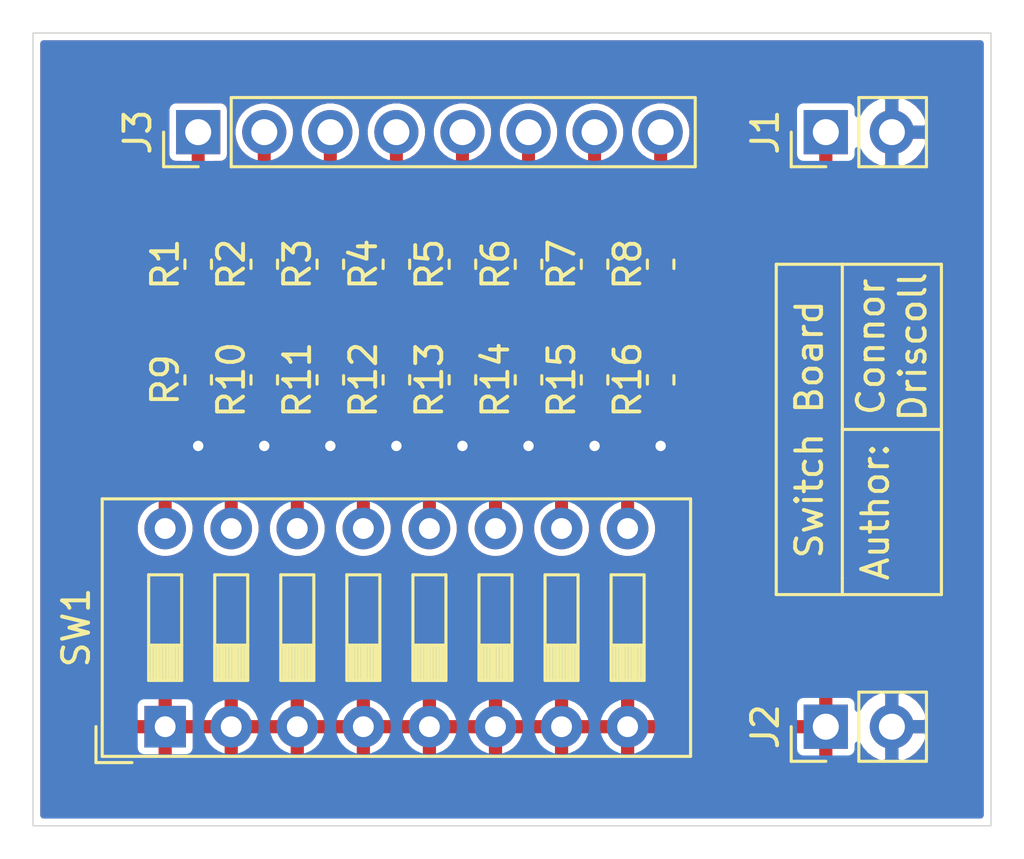
<source format=kicad_pcb>
(kicad_pcb (version 20171130) (host pcbnew 5.1.6)

  (general
    (thickness 1.6)
    (drawings 16)
    (tracks 57)
    (zones 0)
    (modules 20)
    (nets 19)
  )

  (page A4)
  (layers
    (0 F.Cu signal)
    (31 B.Cu signal)
    (32 B.Adhes user)
    (33 F.Adhes user)
    (34 B.Paste user)
    (35 F.Paste user)
    (36 B.SilkS user)
    (37 F.SilkS user)
    (38 B.Mask user)
    (39 F.Mask user)
    (40 Dwgs.User user)
    (41 Cmts.User user)
    (42 Eco1.User user)
    (43 Eco2.User user)
    (44 Edge.Cuts user)
    (45 Margin user)
    (46 B.CrtYd user)
    (47 F.CrtYd user)
    (48 B.Fab user)
    (49 F.Fab user)
  )

  (setup
    (last_trace_width 0.25)
    (trace_clearance 0.2)
    (zone_clearance 0.254)
    (zone_45_only no)
    (trace_min 0.2)
    (via_size 0.6)
    (via_drill 0.4)
    (via_min_size 0.4)
    (via_min_drill 0.3)
    (uvia_size 0.3)
    (uvia_drill 0.1)
    (uvias_allowed no)
    (uvia_min_size 0.2)
    (uvia_min_drill 0.1)
    (edge_width 0.05)
    (segment_width 0.2)
    (pcb_text_width 0.3)
    (pcb_text_size 1.5 1.5)
    (mod_edge_width 0.12)
    (mod_text_size 1 1)
    (mod_text_width 0.15)
    (pad_size 1.524 1.524)
    (pad_drill 0.762)
    (pad_to_mask_clearance 0.05)
    (aux_axis_origin 0 0)
    (visible_elements FFFFFF7F)
    (pcbplotparams
      (layerselection 0x010fc_ffffffff)
      (usegerberextensions false)
      (usegerberattributes true)
      (usegerberadvancedattributes true)
      (creategerberjobfile true)
      (excludeedgelayer true)
      (linewidth 0.100000)
      (plotframeref false)
      (viasonmask false)
      (mode 1)
      (useauxorigin false)
      (hpglpennumber 1)
      (hpglpenspeed 20)
      (hpglpendiameter 15.000000)
      (psnegative false)
      (psa4output false)
      (plotreference true)
      (plotvalue true)
      (plotinvisibletext false)
      (padsonsilk false)
      (subtractmaskfromsilk false)
      (outputformat 1)
      (mirror false)
      (drillshape 1)
      (scaleselection 1)
      (outputdirectory ""))
  )

  (net 0 "")
  (net 1 /IO_7)
  (net 2 /IO_6)
  (net 3 /IO_5)
  (net 4 /IO_4)
  (net 5 /IO_3)
  (net 6 /IO_2)
  (net 7 /IO_1)
  (net 8 /IO_0)
  (net 9 GND)
  (net 10 VCC)
  (net 11 /Switch_0)
  (net 12 /Switch_1)
  (net 13 /Switch_2)
  (net 14 /Switch_3)
  (net 15 /Switch_4)
  (net 16 /Switch_5)
  (net 17 /Switch_6)
  (net 18 /Switch_7)

  (net_class Default "This is the default net class."
    (clearance 0.2)
    (trace_width 0.25)
    (via_dia 0.6)
    (via_drill 0.4)
    (uvia_dia 0.3)
    (uvia_drill 0.1)
    (add_net /IO_0)
    (add_net /IO_1)
    (add_net /IO_2)
    (add_net /IO_3)
    (add_net /IO_4)
    (add_net /IO_5)
    (add_net /IO_6)
    (add_net /IO_7)
    (add_net /Switch_0)
    (add_net /Switch_1)
    (add_net /Switch_2)
    (add_net /Switch_3)
    (add_net /Switch_4)
    (add_net /Switch_5)
    (add_net /Switch_6)
    (add_net /Switch_7)
    (add_net GND)
    (add_net VCC)
  )

  (module Button_Switch_THT:SW_DIP_SPSTx08_Slide_9.78x22.5mm_W7.62mm_P2.54mm (layer F.Cu) (tedit 5A4E1405) (tstamp 5EE54D40)
    (at 105.41 101.6 90)
    (descr "8x-dip-switch SPST , Slide, row spacing 7.62 mm (300 mils), body size 9.78x22.5mm (see e.g. https://www.ctscorp.com/wp-content/uploads/206-208.pdf)")
    (tags "DIP Switch SPST Slide 7.62mm 300mil")
    (path /5EE42F0D)
    (fp_text reference SW1 (at 3.81 -3.42 90) (layer F.SilkS)
      (effects (font (size 1 1) (thickness 0.15)))
    )
    (fp_text value SW_DIP_x08 (at 3.81 21.2 90) (layer F.Fab)
      (effects (font (size 1 1) (thickness 0.15)))
    )
    (fp_text user on (at 5.365 -1.4975 90) (layer F.Fab)
      (effects (font (size 0.8 0.8) (thickness 0.12)))
    )
    (fp_text user %R (at 7.27 8.89) (layer F.Fab)
      (effects (font (size 0.8 0.8) (thickness 0.12)))
    )
    (fp_line (start -0.08 -2.36) (end 8.7 -2.36) (layer F.Fab) (width 0.1))
    (fp_line (start 8.7 -2.36) (end 8.7 20.14) (layer F.Fab) (width 0.1))
    (fp_line (start 8.7 20.14) (end -1.08 20.14) (layer F.Fab) (width 0.1))
    (fp_line (start -1.08 20.14) (end -1.08 -1.36) (layer F.Fab) (width 0.1))
    (fp_line (start -1.08 -1.36) (end -0.08 -2.36) (layer F.Fab) (width 0.1))
    (fp_line (start 1.78 -0.635) (end 1.78 0.635) (layer F.Fab) (width 0.1))
    (fp_line (start 1.78 0.635) (end 5.84 0.635) (layer F.Fab) (width 0.1))
    (fp_line (start 5.84 0.635) (end 5.84 -0.635) (layer F.Fab) (width 0.1))
    (fp_line (start 5.84 -0.635) (end 1.78 -0.635) (layer F.Fab) (width 0.1))
    (fp_line (start 1.78 -0.535) (end 3.133333 -0.535) (layer F.Fab) (width 0.1))
    (fp_line (start 1.78 -0.435) (end 3.133333 -0.435) (layer F.Fab) (width 0.1))
    (fp_line (start 1.78 -0.335) (end 3.133333 -0.335) (layer F.Fab) (width 0.1))
    (fp_line (start 1.78 -0.235) (end 3.133333 -0.235) (layer F.Fab) (width 0.1))
    (fp_line (start 1.78 -0.135) (end 3.133333 -0.135) (layer F.Fab) (width 0.1))
    (fp_line (start 1.78 -0.035) (end 3.133333 -0.035) (layer F.Fab) (width 0.1))
    (fp_line (start 1.78 0.065) (end 3.133333 0.065) (layer F.Fab) (width 0.1))
    (fp_line (start 1.78 0.165) (end 3.133333 0.165) (layer F.Fab) (width 0.1))
    (fp_line (start 1.78 0.265) (end 3.133333 0.265) (layer F.Fab) (width 0.1))
    (fp_line (start 1.78 0.365) (end 3.133333 0.365) (layer F.Fab) (width 0.1))
    (fp_line (start 1.78 0.465) (end 3.133333 0.465) (layer F.Fab) (width 0.1))
    (fp_line (start 1.78 0.565) (end 3.133333 0.565) (layer F.Fab) (width 0.1))
    (fp_line (start 3.133333 -0.635) (end 3.133333 0.635) (layer F.Fab) (width 0.1))
    (fp_line (start 1.78 1.905) (end 1.78 3.175) (layer F.Fab) (width 0.1))
    (fp_line (start 1.78 3.175) (end 5.84 3.175) (layer F.Fab) (width 0.1))
    (fp_line (start 5.84 3.175) (end 5.84 1.905) (layer F.Fab) (width 0.1))
    (fp_line (start 5.84 1.905) (end 1.78 1.905) (layer F.Fab) (width 0.1))
    (fp_line (start 1.78 2.005) (end 3.133333 2.005) (layer F.Fab) (width 0.1))
    (fp_line (start 1.78 2.105) (end 3.133333 2.105) (layer F.Fab) (width 0.1))
    (fp_line (start 1.78 2.205) (end 3.133333 2.205) (layer F.Fab) (width 0.1))
    (fp_line (start 1.78 2.305) (end 3.133333 2.305) (layer F.Fab) (width 0.1))
    (fp_line (start 1.78 2.405) (end 3.133333 2.405) (layer F.Fab) (width 0.1))
    (fp_line (start 1.78 2.505) (end 3.133333 2.505) (layer F.Fab) (width 0.1))
    (fp_line (start 1.78 2.605) (end 3.133333 2.605) (layer F.Fab) (width 0.1))
    (fp_line (start 1.78 2.705) (end 3.133333 2.705) (layer F.Fab) (width 0.1))
    (fp_line (start 1.78 2.805) (end 3.133333 2.805) (layer F.Fab) (width 0.1))
    (fp_line (start 1.78 2.905) (end 3.133333 2.905) (layer F.Fab) (width 0.1))
    (fp_line (start 1.78 3.005) (end 3.133333 3.005) (layer F.Fab) (width 0.1))
    (fp_line (start 1.78 3.105) (end 3.133333 3.105) (layer F.Fab) (width 0.1))
    (fp_line (start 3.133333 1.905) (end 3.133333 3.175) (layer F.Fab) (width 0.1))
    (fp_line (start 1.78 4.445) (end 1.78 5.715) (layer F.Fab) (width 0.1))
    (fp_line (start 1.78 5.715) (end 5.84 5.715) (layer F.Fab) (width 0.1))
    (fp_line (start 5.84 5.715) (end 5.84 4.445) (layer F.Fab) (width 0.1))
    (fp_line (start 5.84 4.445) (end 1.78 4.445) (layer F.Fab) (width 0.1))
    (fp_line (start 1.78 4.545) (end 3.133333 4.545) (layer F.Fab) (width 0.1))
    (fp_line (start 1.78 4.645) (end 3.133333 4.645) (layer F.Fab) (width 0.1))
    (fp_line (start 1.78 4.745) (end 3.133333 4.745) (layer F.Fab) (width 0.1))
    (fp_line (start 1.78 4.845) (end 3.133333 4.845) (layer F.Fab) (width 0.1))
    (fp_line (start 1.78 4.945) (end 3.133333 4.945) (layer F.Fab) (width 0.1))
    (fp_line (start 1.78 5.045) (end 3.133333 5.045) (layer F.Fab) (width 0.1))
    (fp_line (start 1.78 5.145) (end 3.133333 5.145) (layer F.Fab) (width 0.1))
    (fp_line (start 1.78 5.245) (end 3.133333 5.245) (layer F.Fab) (width 0.1))
    (fp_line (start 1.78 5.345) (end 3.133333 5.345) (layer F.Fab) (width 0.1))
    (fp_line (start 1.78 5.445) (end 3.133333 5.445) (layer F.Fab) (width 0.1))
    (fp_line (start 1.78 5.545) (end 3.133333 5.545) (layer F.Fab) (width 0.1))
    (fp_line (start 1.78 5.645) (end 3.133333 5.645) (layer F.Fab) (width 0.1))
    (fp_line (start 3.133333 4.445) (end 3.133333 5.715) (layer F.Fab) (width 0.1))
    (fp_line (start 1.78 6.985) (end 1.78 8.255) (layer F.Fab) (width 0.1))
    (fp_line (start 1.78 8.255) (end 5.84 8.255) (layer F.Fab) (width 0.1))
    (fp_line (start 5.84 8.255) (end 5.84 6.985) (layer F.Fab) (width 0.1))
    (fp_line (start 5.84 6.985) (end 1.78 6.985) (layer F.Fab) (width 0.1))
    (fp_line (start 1.78 7.085) (end 3.133333 7.085) (layer F.Fab) (width 0.1))
    (fp_line (start 1.78 7.185) (end 3.133333 7.185) (layer F.Fab) (width 0.1))
    (fp_line (start 1.78 7.285) (end 3.133333 7.285) (layer F.Fab) (width 0.1))
    (fp_line (start 1.78 7.385) (end 3.133333 7.385) (layer F.Fab) (width 0.1))
    (fp_line (start 1.78 7.485) (end 3.133333 7.485) (layer F.Fab) (width 0.1))
    (fp_line (start 1.78 7.585) (end 3.133333 7.585) (layer F.Fab) (width 0.1))
    (fp_line (start 1.78 7.685) (end 3.133333 7.685) (layer F.Fab) (width 0.1))
    (fp_line (start 1.78 7.785) (end 3.133333 7.785) (layer F.Fab) (width 0.1))
    (fp_line (start 1.78 7.885) (end 3.133333 7.885) (layer F.Fab) (width 0.1))
    (fp_line (start 1.78 7.985) (end 3.133333 7.985) (layer F.Fab) (width 0.1))
    (fp_line (start 1.78 8.085) (end 3.133333 8.085) (layer F.Fab) (width 0.1))
    (fp_line (start 1.78 8.185) (end 3.133333 8.185) (layer F.Fab) (width 0.1))
    (fp_line (start 3.133333 6.985) (end 3.133333 8.255) (layer F.Fab) (width 0.1))
    (fp_line (start 1.78 9.525) (end 1.78 10.795) (layer F.Fab) (width 0.1))
    (fp_line (start 1.78 10.795) (end 5.84 10.795) (layer F.Fab) (width 0.1))
    (fp_line (start 5.84 10.795) (end 5.84 9.525) (layer F.Fab) (width 0.1))
    (fp_line (start 5.84 9.525) (end 1.78 9.525) (layer F.Fab) (width 0.1))
    (fp_line (start 1.78 9.625) (end 3.133333 9.625) (layer F.Fab) (width 0.1))
    (fp_line (start 1.78 9.725) (end 3.133333 9.725) (layer F.Fab) (width 0.1))
    (fp_line (start 1.78 9.825) (end 3.133333 9.825) (layer F.Fab) (width 0.1))
    (fp_line (start 1.78 9.925) (end 3.133333 9.925) (layer F.Fab) (width 0.1))
    (fp_line (start 1.78 10.025) (end 3.133333 10.025) (layer F.Fab) (width 0.1))
    (fp_line (start 1.78 10.125) (end 3.133333 10.125) (layer F.Fab) (width 0.1))
    (fp_line (start 1.78 10.225) (end 3.133333 10.225) (layer F.Fab) (width 0.1))
    (fp_line (start 1.78 10.325) (end 3.133333 10.325) (layer F.Fab) (width 0.1))
    (fp_line (start 1.78 10.425) (end 3.133333 10.425) (layer F.Fab) (width 0.1))
    (fp_line (start 1.78 10.525) (end 3.133333 10.525) (layer F.Fab) (width 0.1))
    (fp_line (start 1.78 10.625) (end 3.133333 10.625) (layer F.Fab) (width 0.1))
    (fp_line (start 1.78 10.725) (end 3.133333 10.725) (layer F.Fab) (width 0.1))
    (fp_line (start 3.133333 9.525) (end 3.133333 10.795) (layer F.Fab) (width 0.1))
    (fp_line (start 1.78 12.065) (end 1.78 13.335) (layer F.Fab) (width 0.1))
    (fp_line (start 1.78 13.335) (end 5.84 13.335) (layer F.Fab) (width 0.1))
    (fp_line (start 5.84 13.335) (end 5.84 12.065) (layer F.Fab) (width 0.1))
    (fp_line (start 5.84 12.065) (end 1.78 12.065) (layer F.Fab) (width 0.1))
    (fp_line (start 1.78 12.165) (end 3.133333 12.165) (layer F.Fab) (width 0.1))
    (fp_line (start 1.78 12.265) (end 3.133333 12.265) (layer F.Fab) (width 0.1))
    (fp_line (start 1.78 12.365) (end 3.133333 12.365) (layer F.Fab) (width 0.1))
    (fp_line (start 1.78 12.465) (end 3.133333 12.465) (layer F.Fab) (width 0.1))
    (fp_line (start 1.78 12.565) (end 3.133333 12.565) (layer F.Fab) (width 0.1))
    (fp_line (start 1.78 12.665) (end 3.133333 12.665) (layer F.Fab) (width 0.1))
    (fp_line (start 1.78 12.765) (end 3.133333 12.765) (layer F.Fab) (width 0.1))
    (fp_line (start 1.78 12.865) (end 3.133333 12.865) (layer F.Fab) (width 0.1))
    (fp_line (start 1.78 12.965) (end 3.133333 12.965) (layer F.Fab) (width 0.1))
    (fp_line (start 1.78 13.065) (end 3.133333 13.065) (layer F.Fab) (width 0.1))
    (fp_line (start 1.78 13.165) (end 3.133333 13.165) (layer F.Fab) (width 0.1))
    (fp_line (start 1.78 13.265) (end 3.133333 13.265) (layer F.Fab) (width 0.1))
    (fp_line (start 3.133333 12.065) (end 3.133333 13.335) (layer F.Fab) (width 0.1))
    (fp_line (start 1.78 14.605) (end 1.78 15.875) (layer F.Fab) (width 0.1))
    (fp_line (start 1.78 15.875) (end 5.84 15.875) (layer F.Fab) (width 0.1))
    (fp_line (start 5.84 15.875) (end 5.84 14.605) (layer F.Fab) (width 0.1))
    (fp_line (start 5.84 14.605) (end 1.78 14.605) (layer F.Fab) (width 0.1))
    (fp_line (start 1.78 14.705) (end 3.133333 14.705) (layer F.Fab) (width 0.1))
    (fp_line (start 1.78 14.805) (end 3.133333 14.805) (layer F.Fab) (width 0.1))
    (fp_line (start 1.78 14.905) (end 3.133333 14.905) (layer F.Fab) (width 0.1))
    (fp_line (start 1.78 15.005) (end 3.133333 15.005) (layer F.Fab) (width 0.1))
    (fp_line (start 1.78 15.105) (end 3.133333 15.105) (layer F.Fab) (width 0.1))
    (fp_line (start 1.78 15.205) (end 3.133333 15.205) (layer F.Fab) (width 0.1))
    (fp_line (start 1.78 15.305) (end 3.133333 15.305) (layer F.Fab) (width 0.1))
    (fp_line (start 1.78 15.405) (end 3.133333 15.405) (layer F.Fab) (width 0.1))
    (fp_line (start 1.78 15.505) (end 3.133333 15.505) (layer F.Fab) (width 0.1))
    (fp_line (start 1.78 15.605) (end 3.133333 15.605) (layer F.Fab) (width 0.1))
    (fp_line (start 1.78 15.705) (end 3.133333 15.705) (layer F.Fab) (width 0.1))
    (fp_line (start 1.78 15.805) (end 3.133333 15.805) (layer F.Fab) (width 0.1))
    (fp_line (start 3.133333 14.605) (end 3.133333 15.875) (layer F.Fab) (width 0.1))
    (fp_line (start 1.78 17.145) (end 1.78 18.415) (layer F.Fab) (width 0.1))
    (fp_line (start 1.78 18.415) (end 5.84 18.415) (layer F.Fab) (width 0.1))
    (fp_line (start 5.84 18.415) (end 5.84 17.145) (layer F.Fab) (width 0.1))
    (fp_line (start 5.84 17.145) (end 1.78 17.145) (layer F.Fab) (width 0.1))
    (fp_line (start 1.78 17.245) (end 3.133333 17.245) (layer F.Fab) (width 0.1))
    (fp_line (start 1.78 17.345) (end 3.133333 17.345) (layer F.Fab) (width 0.1))
    (fp_line (start 1.78 17.445) (end 3.133333 17.445) (layer F.Fab) (width 0.1))
    (fp_line (start 1.78 17.545) (end 3.133333 17.545) (layer F.Fab) (width 0.1))
    (fp_line (start 1.78 17.645) (end 3.133333 17.645) (layer F.Fab) (width 0.1))
    (fp_line (start 1.78 17.745) (end 3.133333 17.745) (layer F.Fab) (width 0.1))
    (fp_line (start 1.78 17.845) (end 3.133333 17.845) (layer F.Fab) (width 0.1))
    (fp_line (start 1.78 17.945) (end 3.133333 17.945) (layer F.Fab) (width 0.1))
    (fp_line (start 1.78 18.045) (end 3.133333 18.045) (layer F.Fab) (width 0.1))
    (fp_line (start 1.78 18.145) (end 3.133333 18.145) (layer F.Fab) (width 0.1))
    (fp_line (start 1.78 18.245) (end 3.133333 18.245) (layer F.Fab) (width 0.1))
    (fp_line (start 1.78 18.345) (end 3.133333 18.345) (layer F.Fab) (width 0.1))
    (fp_line (start 3.133333 17.145) (end 3.133333 18.415) (layer F.Fab) (width 0.1))
    (fp_line (start -1.14 -2.42) (end 8.76 -2.42) (layer F.SilkS) (width 0.12))
    (fp_line (start -1.14 20.201) (end 8.76 20.201) (layer F.SilkS) (width 0.12))
    (fp_line (start -1.14 -2.42) (end -1.14 20.201) (layer F.SilkS) (width 0.12))
    (fp_line (start 8.76 -2.42) (end 8.76 20.201) (layer F.SilkS) (width 0.12))
    (fp_line (start -1.38 -2.66) (end 0.004 -2.66) (layer F.SilkS) (width 0.12))
    (fp_line (start -1.38 -2.66) (end -1.38 -1.277) (layer F.SilkS) (width 0.12))
    (fp_line (start 1.78 -0.635) (end 1.78 0.635) (layer F.SilkS) (width 0.12))
    (fp_line (start 1.78 0.635) (end 5.84 0.635) (layer F.SilkS) (width 0.12))
    (fp_line (start 5.84 0.635) (end 5.84 -0.635) (layer F.SilkS) (width 0.12))
    (fp_line (start 5.84 -0.635) (end 1.78 -0.635) (layer F.SilkS) (width 0.12))
    (fp_line (start 1.78 -0.515) (end 3.133333 -0.515) (layer F.SilkS) (width 0.12))
    (fp_line (start 1.78 -0.395) (end 3.133333 -0.395) (layer F.SilkS) (width 0.12))
    (fp_line (start 1.78 -0.275) (end 3.133333 -0.275) (layer F.SilkS) (width 0.12))
    (fp_line (start 1.78 -0.155) (end 3.133333 -0.155) (layer F.SilkS) (width 0.12))
    (fp_line (start 1.78 -0.035) (end 3.133333 -0.035) (layer F.SilkS) (width 0.12))
    (fp_line (start 1.78 0.085) (end 3.133333 0.085) (layer F.SilkS) (width 0.12))
    (fp_line (start 1.78 0.205) (end 3.133333 0.205) (layer F.SilkS) (width 0.12))
    (fp_line (start 1.78 0.325) (end 3.133333 0.325) (layer F.SilkS) (width 0.12))
    (fp_line (start 1.78 0.445) (end 3.133333 0.445) (layer F.SilkS) (width 0.12))
    (fp_line (start 1.78 0.565) (end 3.133333 0.565) (layer F.SilkS) (width 0.12))
    (fp_line (start 3.133333 -0.635) (end 3.133333 0.635) (layer F.SilkS) (width 0.12))
    (fp_line (start 1.78 1.905) (end 1.78 3.175) (layer F.SilkS) (width 0.12))
    (fp_line (start 1.78 3.175) (end 5.84 3.175) (layer F.SilkS) (width 0.12))
    (fp_line (start 5.84 3.175) (end 5.84 1.905) (layer F.SilkS) (width 0.12))
    (fp_line (start 5.84 1.905) (end 1.78 1.905) (layer F.SilkS) (width 0.12))
    (fp_line (start 1.78 2.025) (end 3.133333 2.025) (layer F.SilkS) (width 0.12))
    (fp_line (start 1.78 2.145) (end 3.133333 2.145) (layer F.SilkS) (width 0.12))
    (fp_line (start 1.78 2.265) (end 3.133333 2.265) (layer F.SilkS) (width 0.12))
    (fp_line (start 1.78 2.385) (end 3.133333 2.385) (layer F.SilkS) (width 0.12))
    (fp_line (start 1.78 2.505) (end 3.133333 2.505) (layer F.SilkS) (width 0.12))
    (fp_line (start 1.78 2.625) (end 3.133333 2.625) (layer F.SilkS) (width 0.12))
    (fp_line (start 1.78 2.745) (end 3.133333 2.745) (layer F.SilkS) (width 0.12))
    (fp_line (start 1.78 2.865) (end 3.133333 2.865) (layer F.SilkS) (width 0.12))
    (fp_line (start 1.78 2.985) (end 3.133333 2.985) (layer F.SilkS) (width 0.12))
    (fp_line (start 1.78 3.105) (end 3.133333 3.105) (layer F.SilkS) (width 0.12))
    (fp_line (start 3.133333 1.905) (end 3.133333 3.175) (layer F.SilkS) (width 0.12))
    (fp_line (start 1.78 4.445) (end 1.78 5.715) (layer F.SilkS) (width 0.12))
    (fp_line (start 1.78 5.715) (end 5.84 5.715) (layer F.SilkS) (width 0.12))
    (fp_line (start 5.84 5.715) (end 5.84 4.445) (layer F.SilkS) (width 0.12))
    (fp_line (start 5.84 4.445) (end 1.78 4.445) (layer F.SilkS) (width 0.12))
    (fp_line (start 1.78 4.565) (end 3.133333 4.565) (layer F.SilkS) (width 0.12))
    (fp_line (start 1.78 4.685) (end 3.133333 4.685) (layer F.SilkS) (width 0.12))
    (fp_line (start 1.78 4.805) (end 3.133333 4.805) (layer F.SilkS) (width 0.12))
    (fp_line (start 1.78 4.925) (end 3.133333 4.925) (layer F.SilkS) (width 0.12))
    (fp_line (start 1.78 5.045) (end 3.133333 5.045) (layer F.SilkS) (width 0.12))
    (fp_line (start 1.78 5.165) (end 3.133333 5.165) (layer F.SilkS) (width 0.12))
    (fp_line (start 1.78 5.285) (end 3.133333 5.285) (layer F.SilkS) (width 0.12))
    (fp_line (start 1.78 5.405) (end 3.133333 5.405) (layer F.SilkS) (width 0.12))
    (fp_line (start 1.78 5.525) (end 3.133333 5.525) (layer F.SilkS) (width 0.12))
    (fp_line (start 1.78 5.645) (end 3.133333 5.645) (layer F.SilkS) (width 0.12))
    (fp_line (start 3.133333 4.445) (end 3.133333 5.715) (layer F.SilkS) (width 0.12))
    (fp_line (start 1.78 6.985) (end 1.78 8.255) (layer F.SilkS) (width 0.12))
    (fp_line (start 1.78 8.255) (end 5.84 8.255) (layer F.SilkS) (width 0.12))
    (fp_line (start 5.84 8.255) (end 5.84 6.985) (layer F.SilkS) (width 0.12))
    (fp_line (start 5.84 6.985) (end 1.78 6.985) (layer F.SilkS) (width 0.12))
    (fp_line (start 1.78 7.105) (end 3.133333 7.105) (layer F.SilkS) (width 0.12))
    (fp_line (start 1.78 7.225) (end 3.133333 7.225) (layer F.SilkS) (width 0.12))
    (fp_line (start 1.78 7.345) (end 3.133333 7.345) (layer F.SilkS) (width 0.12))
    (fp_line (start 1.78 7.465) (end 3.133333 7.465) (layer F.SilkS) (width 0.12))
    (fp_line (start 1.78 7.585) (end 3.133333 7.585) (layer F.SilkS) (width 0.12))
    (fp_line (start 1.78 7.705) (end 3.133333 7.705) (layer F.SilkS) (width 0.12))
    (fp_line (start 1.78 7.825) (end 3.133333 7.825) (layer F.SilkS) (width 0.12))
    (fp_line (start 1.78 7.945) (end 3.133333 7.945) (layer F.SilkS) (width 0.12))
    (fp_line (start 1.78 8.065) (end 3.133333 8.065) (layer F.SilkS) (width 0.12))
    (fp_line (start 1.78 8.185) (end 3.133333 8.185) (layer F.SilkS) (width 0.12))
    (fp_line (start 3.133333 6.985) (end 3.133333 8.255) (layer F.SilkS) (width 0.12))
    (fp_line (start 1.78 9.525) (end 1.78 10.795) (layer F.SilkS) (width 0.12))
    (fp_line (start 1.78 10.795) (end 5.84 10.795) (layer F.SilkS) (width 0.12))
    (fp_line (start 5.84 10.795) (end 5.84 9.525) (layer F.SilkS) (width 0.12))
    (fp_line (start 5.84 9.525) (end 1.78 9.525) (layer F.SilkS) (width 0.12))
    (fp_line (start 1.78 9.645) (end 3.133333 9.645) (layer F.SilkS) (width 0.12))
    (fp_line (start 1.78 9.765) (end 3.133333 9.765) (layer F.SilkS) (width 0.12))
    (fp_line (start 1.78 9.885) (end 3.133333 9.885) (layer F.SilkS) (width 0.12))
    (fp_line (start 1.78 10.005) (end 3.133333 10.005) (layer F.SilkS) (width 0.12))
    (fp_line (start 1.78 10.125) (end 3.133333 10.125) (layer F.SilkS) (width 0.12))
    (fp_line (start 1.78 10.245) (end 3.133333 10.245) (layer F.SilkS) (width 0.12))
    (fp_line (start 1.78 10.365) (end 3.133333 10.365) (layer F.SilkS) (width 0.12))
    (fp_line (start 1.78 10.485) (end 3.133333 10.485) (layer F.SilkS) (width 0.12))
    (fp_line (start 1.78 10.605) (end 3.133333 10.605) (layer F.SilkS) (width 0.12))
    (fp_line (start 1.78 10.725) (end 3.133333 10.725) (layer F.SilkS) (width 0.12))
    (fp_line (start 3.133333 9.525) (end 3.133333 10.795) (layer F.SilkS) (width 0.12))
    (fp_line (start 1.78 12.065) (end 1.78 13.335) (layer F.SilkS) (width 0.12))
    (fp_line (start 1.78 13.335) (end 5.84 13.335) (layer F.SilkS) (width 0.12))
    (fp_line (start 5.84 13.335) (end 5.84 12.065) (layer F.SilkS) (width 0.12))
    (fp_line (start 5.84 12.065) (end 1.78 12.065) (layer F.SilkS) (width 0.12))
    (fp_line (start 1.78 12.185) (end 3.133333 12.185) (layer F.SilkS) (width 0.12))
    (fp_line (start 1.78 12.305) (end 3.133333 12.305) (layer F.SilkS) (width 0.12))
    (fp_line (start 1.78 12.425) (end 3.133333 12.425) (layer F.SilkS) (width 0.12))
    (fp_line (start 1.78 12.545) (end 3.133333 12.545) (layer F.SilkS) (width 0.12))
    (fp_line (start 1.78 12.665) (end 3.133333 12.665) (layer F.SilkS) (width 0.12))
    (fp_line (start 1.78 12.785) (end 3.133333 12.785) (layer F.SilkS) (width 0.12))
    (fp_line (start 1.78 12.905) (end 3.133333 12.905) (layer F.SilkS) (width 0.12))
    (fp_line (start 1.78 13.025) (end 3.133333 13.025) (layer F.SilkS) (width 0.12))
    (fp_line (start 1.78 13.145) (end 3.133333 13.145) (layer F.SilkS) (width 0.12))
    (fp_line (start 1.78 13.265) (end 3.133333 13.265) (layer F.SilkS) (width 0.12))
    (fp_line (start 3.133333 12.065) (end 3.133333 13.335) (layer F.SilkS) (width 0.12))
    (fp_line (start 1.78 14.605) (end 1.78 15.875) (layer F.SilkS) (width 0.12))
    (fp_line (start 1.78 15.875) (end 5.84 15.875) (layer F.SilkS) (width 0.12))
    (fp_line (start 5.84 15.875) (end 5.84 14.605) (layer F.SilkS) (width 0.12))
    (fp_line (start 5.84 14.605) (end 1.78 14.605) (layer F.SilkS) (width 0.12))
    (fp_line (start 1.78 14.725) (end 3.133333 14.725) (layer F.SilkS) (width 0.12))
    (fp_line (start 1.78 14.845) (end 3.133333 14.845) (layer F.SilkS) (width 0.12))
    (fp_line (start 1.78 14.965) (end 3.133333 14.965) (layer F.SilkS) (width 0.12))
    (fp_line (start 1.78 15.085) (end 3.133333 15.085) (layer F.SilkS) (width 0.12))
    (fp_line (start 1.78 15.205) (end 3.133333 15.205) (layer F.SilkS) (width 0.12))
    (fp_line (start 1.78 15.325) (end 3.133333 15.325) (layer F.SilkS) (width 0.12))
    (fp_line (start 1.78 15.445) (end 3.133333 15.445) (layer F.SilkS) (width 0.12))
    (fp_line (start 1.78 15.565) (end 3.133333 15.565) (layer F.SilkS) (width 0.12))
    (fp_line (start 1.78 15.685) (end 3.133333 15.685) (layer F.SilkS) (width 0.12))
    (fp_line (start 1.78 15.805) (end 3.133333 15.805) (layer F.SilkS) (width 0.12))
    (fp_line (start 3.133333 14.605) (end 3.133333 15.875) (layer F.SilkS) (width 0.12))
    (fp_line (start 1.78 17.145) (end 1.78 18.415) (layer F.SilkS) (width 0.12))
    (fp_line (start 1.78 18.415) (end 5.84 18.415) (layer F.SilkS) (width 0.12))
    (fp_line (start 5.84 18.415) (end 5.84 17.145) (layer F.SilkS) (width 0.12))
    (fp_line (start 5.84 17.145) (end 1.78 17.145) (layer F.SilkS) (width 0.12))
    (fp_line (start 1.78 17.265) (end 3.133333 17.265) (layer F.SilkS) (width 0.12))
    (fp_line (start 1.78 17.385) (end 3.133333 17.385) (layer F.SilkS) (width 0.12))
    (fp_line (start 1.78 17.505) (end 3.133333 17.505) (layer F.SilkS) (width 0.12))
    (fp_line (start 1.78 17.625) (end 3.133333 17.625) (layer F.SilkS) (width 0.12))
    (fp_line (start 1.78 17.745) (end 3.133333 17.745) (layer F.SilkS) (width 0.12))
    (fp_line (start 1.78 17.865) (end 3.133333 17.865) (layer F.SilkS) (width 0.12))
    (fp_line (start 1.78 17.985) (end 3.133333 17.985) (layer F.SilkS) (width 0.12))
    (fp_line (start 1.78 18.105) (end 3.133333 18.105) (layer F.SilkS) (width 0.12))
    (fp_line (start 1.78 18.225) (end 3.133333 18.225) (layer F.SilkS) (width 0.12))
    (fp_line (start 1.78 18.345) (end 3.133333 18.345) (layer F.SilkS) (width 0.12))
    (fp_line (start 3.133333 17.145) (end 3.133333 18.415) (layer F.SilkS) (width 0.12))
    (fp_line (start -1.35 -2.7) (end -1.35 20.5) (layer F.CrtYd) (width 0.05))
    (fp_line (start -1.35 20.5) (end 8.95 20.5) (layer F.CrtYd) (width 0.05))
    (fp_line (start 8.95 20.5) (end 8.95 -2.7) (layer F.CrtYd) (width 0.05))
    (fp_line (start 8.95 -2.7) (end -1.35 -2.7) (layer F.CrtYd) (width 0.05))
    (pad 16 thru_hole oval (at 7.62 0 90) (size 1.6 1.6) (drill 0.8) (layers *.Cu *.Mask)
      (net 11 /Switch_0))
    (pad 8 thru_hole oval (at 0 17.78 90) (size 1.6 1.6) (drill 0.8) (layers *.Cu *.Mask)
      (net 10 VCC))
    (pad 15 thru_hole oval (at 7.62 2.54 90) (size 1.6 1.6) (drill 0.8) (layers *.Cu *.Mask)
      (net 12 /Switch_1))
    (pad 7 thru_hole oval (at 0 15.24 90) (size 1.6 1.6) (drill 0.8) (layers *.Cu *.Mask)
      (net 10 VCC))
    (pad 14 thru_hole oval (at 7.62 5.08 90) (size 1.6 1.6) (drill 0.8) (layers *.Cu *.Mask)
      (net 13 /Switch_2))
    (pad 6 thru_hole oval (at 0 12.7 90) (size 1.6 1.6) (drill 0.8) (layers *.Cu *.Mask)
      (net 10 VCC))
    (pad 13 thru_hole oval (at 7.62 7.62 90) (size 1.6 1.6) (drill 0.8) (layers *.Cu *.Mask)
      (net 14 /Switch_3))
    (pad 5 thru_hole oval (at 0 10.16 90) (size 1.6 1.6) (drill 0.8) (layers *.Cu *.Mask)
      (net 10 VCC))
    (pad 12 thru_hole oval (at 7.62 10.16 90) (size 1.6 1.6) (drill 0.8) (layers *.Cu *.Mask)
      (net 15 /Switch_4))
    (pad 4 thru_hole oval (at 0 7.62 90) (size 1.6 1.6) (drill 0.8) (layers *.Cu *.Mask)
      (net 10 VCC))
    (pad 11 thru_hole oval (at 7.62 12.7 90) (size 1.6 1.6) (drill 0.8) (layers *.Cu *.Mask)
      (net 16 /Switch_5))
    (pad 3 thru_hole oval (at 0 5.08 90) (size 1.6 1.6) (drill 0.8) (layers *.Cu *.Mask)
      (net 10 VCC))
    (pad 10 thru_hole oval (at 7.62 15.24 90) (size 1.6 1.6) (drill 0.8) (layers *.Cu *.Mask)
      (net 17 /Switch_6))
    (pad 2 thru_hole oval (at 0 2.54 90) (size 1.6 1.6) (drill 0.8) (layers *.Cu *.Mask)
      (net 10 VCC))
    (pad 9 thru_hole oval (at 7.62 17.78 90) (size 1.6 1.6) (drill 0.8) (layers *.Cu *.Mask)
      (net 18 /Switch_7))
    (pad 1 thru_hole rect (at 0 0 90) (size 1.6 1.6) (drill 0.8) (layers *.Cu *.Mask)
      (net 10 VCC))
    (model ${KISYS3DMOD}/Button_Switch_THT.3dshapes/SW_DIP_SPSTx08_Slide_9.78x22.5mm_W7.62mm_P2.54mm.wrl
      (at (xyz 0 0 0))
      (scale (xyz 1 1 1))
      (rotate (xyz 0 0 90))
    )
  )

  (module Resistor_SMD:R_0603_1608Metric (layer F.Cu) (tedit 5B301BBD) (tstamp 5EE54C1B)
    (at 124.46 88.265 270)
    (descr "Resistor SMD 0603 (1608 Metric), square (rectangular) end terminal, IPC_7351 nominal, (Body size source: http://www.tortai-tech.com/upload/download/2011102023233369053.pdf), generated with kicad-footprint-generator")
    (tags resistor)
    (path /5EE92B0C)
    (attr smd)
    (fp_text reference R16 (at 0 1.27 270) (layer F.SilkS)
      (effects (font (size 1 1) (thickness 0.15)))
    )
    (fp_text value 10kR (at 0 1.43 90) (layer F.Fab)
      (effects (font (size 1 1) (thickness 0.15)))
    )
    (fp_text user %R (at 0 0 90) (layer F.Fab)
      (effects (font (size 0.4 0.4) (thickness 0.06)))
    )
    (fp_line (start -0.8 0.4) (end -0.8 -0.4) (layer F.Fab) (width 0.1))
    (fp_line (start -0.8 -0.4) (end 0.8 -0.4) (layer F.Fab) (width 0.1))
    (fp_line (start 0.8 -0.4) (end 0.8 0.4) (layer F.Fab) (width 0.1))
    (fp_line (start 0.8 0.4) (end -0.8 0.4) (layer F.Fab) (width 0.1))
    (fp_line (start -0.162779 -0.51) (end 0.162779 -0.51) (layer F.SilkS) (width 0.12))
    (fp_line (start -0.162779 0.51) (end 0.162779 0.51) (layer F.SilkS) (width 0.12))
    (fp_line (start -1.48 0.73) (end -1.48 -0.73) (layer F.CrtYd) (width 0.05))
    (fp_line (start -1.48 -0.73) (end 1.48 -0.73) (layer F.CrtYd) (width 0.05))
    (fp_line (start 1.48 -0.73) (end 1.48 0.73) (layer F.CrtYd) (width 0.05))
    (fp_line (start 1.48 0.73) (end -1.48 0.73) (layer F.CrtYd) (width 0.05))
    (pad 2 smd roundrect (at 0.7875 0 270) (size 0.875 0.95) (layers F.Cu F.Paste F.Mask) (roundrect_rratio 0.25)
      (net 9 GND))
    (pad 1 smd roundrect (at -0.7875 0 270) (size 0.875 0.95) (layers F.Cu F.Paste F.Mask) (roundrect_rratio 0.25)
      (net 18 /Switch_7))
    (model ${KISYS3DMOD}/Resistor_SMD.3dshapes/R_0603_1608Metric.wrl
      (at (xyz 0 0 0))
      (scale (xyz 1 1 1))
      (rotate (xyz 0 0 0))
    )
  )

  (module Resistor_SMD:R_0603_1608Metric (layer F.Cu) (tedit 5B301BBD) (tstamp 5EE54C0A)
    (at 121.92 88.265 270)
    (descr "Resistor SMD 0603 (1608 Metric), square (rectangular) end terminal, IPC_7351 nominal, (Body size source: http://www.tortai-tech.com/upload/download/2011102023233369053.pdf), generated with kicad-footprint-generator")
    (tags resistor)
    (path /5EE92785)
    (attr smd)
    (fp_text reference R15 (at 0 1.27 270) (layer F.SilkS)
      (effects (font (size 1 1) (thickness 0.15)))
    )
    (fp_text value 10kR (at 0 1.43 90) (layer F.Fab)
      (effects (font (size 1 1) (thickness 0.15)))
    )
    (fp_text user %R (at 0 0 90) (layer F.Fab)
      (effects (font (size 0.4 0.4) (thickness 0.06)))
    )
    (fp_line (start -0.8 0.4) (end -0.8 -0.4) (layer F.Fab) (width 0.1))
    (fp_line (start -0.8 -0.4) (end 0.8 -0.4) (layer F.Fab) (width 0.1))
    (fp_line (start 0.8 -0.4) (end 0.8 0.4) (layer F.Fab) (width 0.1))
    (fp_line (start 0.8 0.4) (end -0.8 0.4) (layer F.Fab) (width 0.1))
    (fp_line (start -0.162779 -0.51) (end 0.162779 -0.51) (layer F.SilkS) (width 0.12))
    (fp_line (start -0.162779 0.51) (end 0.162779 0.51) (layer F.SilkS) (width 0.12))
    (fp_line (start -1.48 0.73) (end -1.48 -0.73) (layer F.CrtYd) (width 0.05))
    (fp_line (start -1.48 -0.73) (end 1.48 -0.73) (layer F.CrtYd) (width 0.05))
    (fp_line (start 1.48 -0.73) (end 1.48 0.73) (layer F.CrtYd) (width 0.05))
    (fp_line (start 1.48 0.73) (end -1.48 0.73) (layer F.CrtYd) (width 0.05))
    (pad 2 smd roundrect (at 0.7875 0 270) (size 0.875 0.95) (layers F.Cu F.Paste F.Mask) (roundrect_rratio 0.25)
      (net 9 GND))
    (pad 1 smd roundrect (at -0.7875 0 270) (size 0.875 0.95) (layers F.Cu F.Paste F.Mask) (roundrect_rratio 0.25)
      (net 17 /Switch_6))
    (model ${KISYS3DMOD}/Resistor_SMD.3dshapes/R_0603_1608Metric.wrl
      (at (xyz 0 0 0))
      (scale (xyz 1 1 1))
      (rotate (xyz 0 0 0))
    )
  )

  (module Resistor_SMD:R_0603_1608Metric (layer F.Cu) (tedit 5B301BBD) (tstamp 5EE54BF9)
    (at 124.46 83.82 270)
    (descr "Resistor SMD 0603 (1608 Metric), square (rectangular) end terminal, IPC_7351 nominal, (Body size source: http://www.tortai-tech.com/upload/download/2011102023233369053.pdf), generated with kicad-footprint-generator")
    (tags resistor)
    (path /5EE9055E)
    (attr smd)
    (fp_text reference R8 (at 0 1.27 90) (layer F.SilkS)
      (effects (font (size 1 1) (thickness 0.15)))
    )
    (fp_text value 10kR (at 0 1.43 90) (layer F.Fab)
      (effects (font (size 1 1) (thickness 0.15)))
    )
    (fp_text user %R (at 0 0 90) (layer F.Fab)
      (effects (font (size 0.4 0.4) (thickness 0.06)))
    )
    (fp_line (start -0.8 0.4) (end -0.8 -0.4) (layer F.Fab) (width 0.1))
    (fp_line (start -0.8 -0.4) (end 0.8 -0.4) (layer F.Fab) (width 0.1))
    (fp_line (start 0.8 -0.4) (end 0.8 0.4) (layer F.Fab) (width 0.1))
    (fp_line (start 0.8 0.4) (end -0.8 0.4) (layer F.Fab) (width 0.1))
    (fp_line (start -0.162779 -0.51) (end 0.162779 -0.51) (layer F.SilkS) (width 0.12))
    (fp_line (start -0.162779 0.51) (end 0.162779 0.51) (layer F.SilkS) (width 0.12))
    (fp_line (start -1.48 0.73) (end -1.48 -0.73) (layer F.CrtYd) (width 0.05))
    (fp_line (start -1.48 -0.73) (end 1.48 -0.73) (layer F.CrtYd) (width 0.05))
    (fp_line (start 1.48 -0.73) (end 1.48 0.73) (layer F.CrtYd) (width 0.05))
    (fp_line (start 1.48 0.73) (end -1.48 0.73) (layer F.CrtYd) (width 0.05))
    (pad 2 smd roundrect (at 0.7875 0 270) (size 0.875 0.95) (layers F.Cu F.Paste F.Mask) (roundrect_rratio 0.25)
      (net 18 /Switch_7))
    (pad 1 smd roundrect (at -0.7875 0 270) (size 0.875 0.95) (layers F.Cu F.Paste F.Mask) (roundrect_rratio 0.25)
      (net 1 /IO_7))
    (model ${KISYS3DMOD}/Resistor_SMD.3dshapes/R_0603_1608Metric.wrl
      (at (xyz 0 0 0))
      (scale (xyz 1 1 1))
      (rotate (xyz 0 0 0))
    )
  )

  (module Resistor_SMD:R_0603_1608Metric (layer F.Cu) (tedit 5B301BBD) (tstamp 5EE54BE8)
    (at 121.92 83.82 270)
    (descr "Resistor SMD 0603 (1608 Metric), square (rectangular) end terminal, IPC_7351 nominal, (Body size source: http://www.tortai-tech.com/upload/download/2011102023233369053.pdf), generated with kicad-footprint-generator")
    (tags resistor)
    (path /5EE90205)
    (attr smd)
    (fp_text reference R7 (at 0 1.27 90) (layer F.SilkS)
      (effects (font (size 1 1) (thickness 0.15)))
    )
    (fp_text value 10kR (at 0 1.43 90) (layer F.Fab)
      (effects (font (size 1 1) (thickness 0.15)))
    )
    (fp_text user %R (at 0 0 90) (layer F.Fab)
      (effects (font (size 0.4 0.4) (thickness 0.06)))
    )
    (fp_line (start -0.8 0.4) (end -0.8 -0.4) (layer F.Fab) (width 0.1))
    (fp_line (start -0.8 -0.4) (end 0.8 -0.4) (layer F.Fab) (width 0.1))
    (fp_line (start 0.8 -0.4) (end 0.8 0.4) (layer F.Fab) (width 0.1))
    (fp_line (start 0.8 0.4) (end -0.8 0.4) (layer F.Fab) (width 0.1))
    (fp_line (start -0.162779 -0.51) (end 0.162779 -0.51) (layer F.SilkS) (width 0.12))
    (fp_line (start -0.162779 0.51) (end 0.162779 0.51) (layer F.SilkS) (width 0.12))
    (fp_line (start -1.48 0.73) (end -1.48 -0.73) (layer F.CrtYd) (width 0.05))
    (fp_line (start -1.48 -0.73) (end 1.48 -0.73) (layer F.CrtYd) (width 0.05))
    (fp_line (start 1.48 -0.73) (end 1.48 0.73) (layer F.CrtYd) (width 0.05))
    (fp_line (start 1.48 0.73) (end -1.48 0.73) (layer F.CrtYd) (width 0.05))
    (pad 2 smd roundrect (at 0.7875 0 270) (size 0.875 0.95) (layers F.Cu F.Paste F.Mask) (roundrect_rratio 0.25)
      (net 17 /Switch_6))
    (pad 1 smd roundrect (at -0.7875 0 270) (size 0.875 0.95) (layers F.Cu F.Paste F.Mask) (roundrect_rratio 0.25)
      (net 2 /IO_6))
    (model ${KISYS3DMOD}/Resistor_SMD.3dshapes/R_0603_1608Metric.wrl
      (at (xyz 0 0 0))
      (scale (xyz 1 1 1))
      (rotate (xyz 0 0 0))
    )
  )

  (module Resistor_SMD:R_0603_1608Metric (layer F.Cu) (tedit 5B301BBD) (tstamp 5EE54BD7)
    (at 119.38 83.82 270)
    (descr "Resistor SMD 0603 (1608 Metric), square (rectangular) end terminal, IPC_7351 nominal, (Body size source: http://www.tortai-tech.com/upload/download/2011102023233369053.pdf), generated with kicad-footprint-generator")
    (tags resistor)
    (path /5EE8FFAF)
    (attr smd)
    (fp_text reference R6 (at 0 1.27 90) (layer F.SilkS)
      (effects (font (size 1 1) (thickness 0.15)))
    )
    (fp_text value 10kR (at 0 1.43 90) (layer F.Fab)
      (effects (font (size 1 1) (thickness 0.15)))
    )
    (fp_text user %R (at 0 0 90) (layer F.Fab)
      (effects (font (size 0.4 0.4) (thickness 0.06)))
    )
    (fp_line (start -0.8 0.4) (end -0.8 -0.4) (layer F.Fab) (width 0.1))
    (fp_line (start -0.8 -0.4) (end 0.8 -0.4) (layer F.Fab) (width 0.1))
    (fp_line (start 0.8 -0.4) (end 0.8 0.4) (layer F.Fab) (width 0.1))
    (fp_line (start 0.8 0.4) (end -0.8 0.4) (layer F.Fab) (width 0.1))
    (fp_line (start -0.162779 -0.51) (end 0.162779 -0.51) (layer F.SilkS) (width 0.12))
    (fp_line (start -0.162779 0.51) (end 0.162779 0.51) (layer F.SilkS) (width 0.12))
    (fp_line (start -1.48 0.73) (end -1.48 -0.73) (layer F.CrtYd) (width 0.05))
    (fp_line (start -1.48 -0.73) (end 1.48 -0.73) (layer F.CrtYd) (width 0.05))
    (fp_line (start 1.48 -0.73) (end 1.48 0.73) (layer F.CrtYd) (width 0.05))
    (fp_line (start 1.48 0.73) (end -1.48 0.73) (layer F.CrtYd) (width 0.05))
    (pad 2 smd roundrect (at 0.7875 0 270) (size 0.875 0.95) (layers F.Cu F.Paste F.Mask) (roundrect_rratio 0.25)
      (net 16 /Switch_5))
    (pad 1 smd roundrect (at -0.7875 0 270) (size 0.875 0.95) (layers F.Cu F.Paste F.Mask) (roundrect_rratio 0.25)
      (net 3 /IO_5))
    (model ${KISYS3DMOD}/Resistor_SMD.3dshapes/R_0603_1608Metric.wrl
      (at (xyz 0 0 0))
      (scale (xyz 1 1 1))
      (rotate (xyz 0 0 0))
    )
  )

  (module Resistor_SMD:R_0603_1608Metric (layer F.Cu) (tedit 5B301BBD) (tstamp 5EE54BC6)
    (at 116.84 83.82 270)
    (descr "Resistor SMD 0603 (1608 Metric), square (rectangular) end terminal, IPC_7351 nominal, (Body size source: http://www.tortai-tech.com/upload/download/2011102023233369053.pdf), generated with kicad-footprint-generator")
    (tags resistor)
    (path /5EE8FD4C)
    (attr smd)
    (fp_text reference R5 (at 0 1.27 90) (layer F.SilkS)
      (effects (font (size 1 1) (thickness 0.15)))
    )
    (fp_text value 10kR (at 0 1.43 90) (layer F.Fab)
      (effects (font (size 1 1) (thickness 0.15)))
    )
    (fp_text user %R (at 0 0 90) (layer F.Fab)
      (effects (font (size 0.4 0.4) (thickness 0.06)))
    )
    (fp_line (start -0.8 0.4) (end -0.8 -0.4) (layer F.Fab) (width 0.1))
    (fp_line (start -0.8 -0.4) (end 0.8 -0.4) (layer F.Fab) (width 0.1))
    (fp_line (start 0.8 -0.4) (end 0.8 0.4) (layer F.Fab) (width 0.1))
    (fp_line (start 0.8 0.4) (end -0.8 0.4) (layer F.Fab) (width 0.1))
    (fp_line (start -0.162779 -0.51) (end 0.162779 -0.51) (layer F.SilkS) (width 0.12))
    (fp_line (start -0.162779 0.51) (end 0.162779 0.51) (layer F.SilkS) (width 0.12))
    (fp_line (start -1.48 0.73) (end -1.48 -0.73) (layer F.CrtYd) (width 0.05))
    (fp_line (start -1.48 -0.73) (end 1.48 -0.73) (layer F.CrtYd) (width 0.05))
    (fp_line (start 1.48 -0.73) (end 1.48 0.73) (layer F.CrtYd) (width 0.05))
    (fp_line (start 1.48 0.73) (end -1.48 0.73) (layer F.CrtYd) (width 0.05))
    (pad 2 smd roundrect (at 0.7875 0 270) (size 0.875 0.95) (layers F.Cu F.Paste F.Mask) (roundrect_rratio 0.25)
      (net 15 /Switch_4))
    (pad 1 smd roundrect (at -0.7875 0 270) (size 0.875 0.95) (layers F.Cu F.Paste F.Mask) (roundrect_rratio 0.25)
      (net 4 /IO_4))
    (model ${KISYS3DMOD}/Resistor_SMD.3dshapes/R_0603_1608Metric.wrl
      (at (xyz 0 0 0))
      (scale (xyz 1 1 1))
      (rotate (xyz 0 0 0))
    )
  )

  (module Resistor_SMD:R_0603_1608Metric (layer F.Cu) (tedit 5B301BBD) (tstamp 5EE54BB5)
    (at 114.3 83.82 270)
    (descr "Resistor SMD 0603 (1608 Metric), square (rectangular) end terminal, IPC_7351 nominal, (Body size source: http://www.tortai-tech.com/upload/download/2011102023233369053.pdf), generated with kicad-footprint-generator")
    (tags resistor)
    (path /5EE8FB28)
    (attr smd)
    (fp_text reference R4 (at 0 1.27 90) (layer F.SilkS)
      (effects (font (size 1 1) (thickness 0.15)))
    )
    (fp_text value 10kR (at 0 1.43 90) (layer F.Fab)
      (effects (font (size 1 1) (thickness 0.15)))
    )
    (fp_text user %R (at 0 0 90) (layer F.Fab)
      (effects (font (size 0.4 0.4) (thickness 0.06)))
    )
    (fp_line (start -0.8 0.4) (end -0.8 -0.4) (layer F.Fab) (width 0.1))
    (fp_line (start -0.8 -0.4) (end 0.8 -0.4) (layer F.Fab) (width 0.1))
    (fp_line (start 0.8 -0.4) (end 0.8 0.4) (layer F.Fab) (width 0.1))
    (fp_line (start 0.8 0.4) (end -0.8 0.4) (layer F.Fab) (width 0.1))
    (fp_line (start -0.162779 -0.51) (end 0.162779 -0.51) (layer F.SilkS) (width 0.12))
    (fp_line (start -0.162779 0.51) (end 0.162779 0.51) (layer F.SilkS) (width 0.12))
    (fp_line (start -1.48 0.73) (end -1.48 -0.73) (layer F.CrtYd) (width 0.05))
    (fp_line (start -1.48 -0.73) (end 1.48 -0.73) (layer F.CrtYd) (width 0.05))
    (fp_line (start 1.48 -0.73) (end 1.48 0.73) (layer F.CrtYd) (width 0.05))
    (fp_line (start 1.48 0.73) (end -1.48 0.73) (layer F.CrtYd) (width 0.05))
    (pad 2 smd roundrect (at 0.7875 0 270) (size 0.875 0.95) (layers F.Cu F.Paste F.Mask) (roundrect_rratio 0.25)
      (net 14 /Switch_3))
    (pad 1 smd roundrect (at -0.7875 0 270) (size 0.875 0.95) (layers F.Cu F.Paste F.Mask) (roundrect_rratio 0.25)
      (net 5 /IO_3))
    (model ${KISYS3DMOD}/Resistor_SMD.3dshapes/R_0603_1608Metric.wrl
      (at (xyz 0 0 0))
      (scale (xyz 1 1 1))
      (rotate (xyz 0 0 0))
    )
  )

  (module Resistor_SMD:R_0603_1608Metric (layer F.Cu) (tedit 5B301BBD) (tstamp 5EE54BA4)
    (at 111.76 83.82 270)
    (descr "Resistor SMD 0603 (1608 Metric), square (rectangular) end terminal, IPC_7351 nominal, (Body size source: http://www.tortai-tech.com/upload/download/2011102023233369053.pdf), generated with kicad-footprint-generator")
    (tags resistor)
    (path /5EE8F8E1)
    (attr smd)
    (fp_text reference R3 (at 0 1.27 90) (layer F.SilkS)
      (effects (font (size 1 1) (thickness 0.15)))
    )
    (fp_text value 10kR (at 0 1.43 90) (layer F.Fab)
      (effects (font (size 1 1) (thickness 0.15)))
    )
    (fp_text user %R (at 0 0 90) (layer F.Fab)
      (effects (font (size 0.4 0.4) (thickness 0.06)))
    )
    (fp_line (start -0.8 0.4) (end -0.8 -0.4) (layer F.Fab) (width 0.1))
    (fp_line (start -0.8 -0.4) (end 0.8 -0.4) (layer F.Fab) (width 0.1))
    (fp_line (start 0.8 -0.4) (end 0.8 0.4) (layer F.Fab) (width 0.1))
    (fp_line (start 0.8 0.4) (end -0.8 0.4) (layer F.Fab) (width 0.1))
    (fp_line (start -0.162779 -0.51) (end 0.162779 -0.51) (layer F.SilkS) (width 0.12))
    (fp_line (start -0.162779 0.51) (end 0.162779 0.51) (layer F.SilkS) (width 0.12))
    (fp_line (start -1.48 0.73) (end -1.48 -0.73) (layer F.CrtYd) (width 0.05))
    (fp_line (start -1.48 -0.73) (end 1.48 -0.73) (layer F.CrtYd) (width 0.05))
    (fp_line (start 1.48 -0.73) (end 1.48 0.73) (layer F.CrtYd) (width 0.05))
    (fp_line (start 1.48 0.73) (end -1.48 0.73) (layer F.CrtYd) (width 0.05))
    (pad 2 smd roundrect (at 0.7875 0 270) (size 0.875 0.95) (layers F.Cu F.Paste F.Mask) (roundrect_rratio 0.25)
      (net 13 /Switch_2))
    (pad 1 smd roundrect (at -0.7875 0 270) (size 0.875 0.95) (layers F.Cu F.Paste F.Mask) (roundrect_rratio 0.25)
      (net 6 /IO_2))
    (model ${KISYS3DMOD}/Resistor_SMD.3dshapes/R_0603_1608Metric.wrl
      (at (xyz 0 0 0))
      (scale (xyz 1 1 1))
      (rotate (xyz 0 0 0))
    )
  )

  (module Resistor_SMD:R_0603_1608Metric (layer F.Cu) (tedit 5B301BBD) (tstamp 5EE57074)
    (at 109.22 83.82 270)
    (descr "Resistor SMD 0603 (1608 Metric), square (rectangular) end terminal, IPC_7351 nominal, (Body size source: http://www.tortai-tech.com/upload/download/2011102023233369053.pdf), generated with kicad-footprint-generator")
    (tags resistor)
    (path /5EE8F69C)
    (attr smd)
    (fp_text reference R2 (at 0 1.27 90) (layer F.SilkS)
      (effects (font (size 1 1) (thickness 0.15)))
    )
    (fp_text value 10kR (at 0 1.43 90) (layer F.Fab)
      (effects (font (size 1 1) (thickness 0.15)))
    )
    (fp_text user %R (at 0 0 90) (layer F.Fab)
      (effects (font (size 0.4 0.4) (thickness 0.06)))
    )
    (fp_line (start -0.8 0.4) (end -0.8 -0.4) (layer F.Fab) (width 0.1))
    (fp_line (start -0.8 -0.4) (end 0.8 -0.4) (layer F.Fab) (width 0.1))
    (fp_line (start 0.8 -0.4) (end 0.8 0.4) (layer F.Fab) (width 0.1))
    (fp_line (start 0.8 0.4) (end -0.8 0.4) (layer F.Fab) (width 0.1))
    (fp_line (start -0.162779 -0.51) (end 0.162779 -0.51) (layer F.SilkS) (width 0.12))
    (fp_line (start -0.162779 0.51) (end 0.162779 0.51) (layer F.SilkS) (width 0.12))
    (fp_line (start -1.48 0.73) (end -1.48 -0.73) (layer F.CrtYd) (width 0.05))
    (fp_line (start -1.48 -0.73) (end 1.48 -0.73) (layer F.CrtYd) (width 0.05))
    (fp_line (start 1.48 -0.73) (end 1.48 0.73) (layer F.CrtYd) (width 0.05))
    (fp_line (start 1.48 0.73) (end -1.48 0.73) (layer F.CrtYd) (width 0.05))
    (pad 2 smd roundrect (at 0.7875 0 270) (size 0.875 0.95) (layers F.Cu F.Paste F.Mask) (roundrect_rratio 0.25)
      (net 12 /Switch_1))
    (pad 1 smd roundrect (at -0.7875 0 270) (size 0.875 0.95) (layers F.Cu F.Paste F.Mask) (roundrect_rratio 0.25)
      (net 7 /IO_1))
    (model ${KISYS3DMOD}/Resistor_SMD.3dshapes/R_0603_1608Metric.wrl
      (at (xyz 0 0 0))
      (scale (xyz 1 1 1))
      (rotate (xyz 0 0 0))
    )
  )

  (module Resistor_SMD:R_0603_1608Metric (layer F.Cu) (tedit 5B301BBD) (tstamp 5EE56465)
    (at 106.68 83.82 270)
    (descr "Resistor SMD 0603 (1608 Metric), square (rectangular) end terminal, IPC_7351 nominal, (Body size source: http://www.tortai-tech.com/upload/download/2011102023233369053.pdf), generated with kicad-footprint-generator")
    (tags resistor)
    (path /5EE465B1)
    (attr smd)
    (fp_text reference R1 (at 0 1.27 90) (layer F.SilkS)
      (effects (font (size 1 1) (thickness 0.15)))
    )
    (fp_text value 10kR (at 0 1.43 90) (layer F.Fab)
      (effects (font (size 1 1) (thickness 0.15)))
    )
    (fp_text user %R (at 0 0 90) (layer F.Fab)
      (effects (font (size 0.4 0.4) (thickness 0.06)))
    )
    (fp_line (start -0.8 0.4) (end -0.8 -0.4) (layer F.Fab) (width 0.1))
    (fp_line (start -0.8 -0.4) (end 0.8 -0.4) (layer F.Fab) (width 0.1))
    (fp_line (start 0.8 -0.4) (end 0.8 0.4) (layer F.Fab) (width 0.1))
    (fp_line (start 0.8 0.4) (end -0.8 0.4) (layer F.Fab) (width 0.1))
    (fp_line (start -0.162779 -0.51) (end 0.162779 -0.51) (layer F.SilkS) (width 0.12))
    (fp_line (start -0.162779 0.51) (end 0.162779 0.51) (layer F.SilkS) (width 0.12))
    (fp_line (start -1.48 0.73) (end -1.48 -0.73) (layer F.CrtYd) (width 0.05))
    (fp_line (start -1.48 -0.73) (end 1.48 -0.73) (layer F.CrtYd) (width 0.05))
    (fp_line (start 1.48 -0.73) (end 1.48 0.73) (layer F.CrtYd) (width 0.05))
    (fp_line (start 1.48 0.73) (end -1.48 0.73) (layer F.CrtYd) (width 0.05))
    (pad 2 smd roundrect (at 0.7875 0 270) (size 0.875 0.95) (layers F.Cu F.Paste F.Mask) (roundrect_rratio 0.25)
      (net 11 /Switch_0))
    (pad 1 smd roundrect (at -0.7875 0 270) (size 0.875 0.95) (layers F.Cu F.Paste F.Mask) (roundrect_rratio 0.25)
      (net 8 /IO_0))
    (model ${KISYS3DMOD}/Resistor_SMD.3dshapes/R_0603_1608Metric.wrl
      (at (xyz 0 0 0))
      (scale (xyz 1 1 1))
      (rotate (xyz 0 0 0))
    )
  )

  (module Resistor_SMD:R_0603_1608Metric (layer F.Cu) (tedit 5B301BBD) (tstamp 5EE54B71)
    (at 119.38 88.265 270)
    (descr "Resistor SMD 0603 (1608 Metric), square (rectangular) end terminal, IPC_7351 nominal, (Body size source: http://www.tortai-tech.com/upload/download/2011102023233369053.pdf), generated with kicad-footprint-generator")
    (tags resistor)
    (path /5EE9244D)
    (attr smd)
    (fp_text reference R14 (at 0 1.27 270) (layer F.SilkS)
      (effects (font (size 1 1) (thickness 0.15)))
    )
    (fp_text value 10kR (at 0 1.43 90) (layer F.Fab)
      (effects (font (size 1 1) (thickness 0.15)))
    )
    (fp_text user %R (at 0 0 90) (layer F.Fab)
      (effects (font (size 0.4 0.4) (thickness 0.06)))
    )
    (fp_line (start -0.8 0.4) (end -0.8 -0.4) (layer F.Fab) (width 0.1))
    (fp_line (start -0.8 -0.4) (end 0.8 -0.4) (layer F.Fab) (width 0.1))
    (fp_line (start 0.8 -0.4) (end 0.8 0.4) (layer F.Fab) (width 0.1))
    (fp_line (start 0.8 0.4) (end -0.8 0.4) (layer F.Fab) (width 0.1))
    (fp_line (start -0.162779 -0.51) (end 0.162779 -0.51) (layer F.SilkS) (width 0.12))
    (fp_line (start -0.162779 0.51) (end 0.162779 0.51) (layer F.SilkS) (width 0.12))
    (fp_line (start -1.48 0.73) (end -1.48 -0.73) (layer F.CrtYd) (width 0.05))
    (fp_line (start -1.48 -0.73) (end 1.48 -0.73) (layer F.CrtYd) (width 0.05))
    (fp_line (start 1.48 -0.73) (end 1.48 0.73) (layer F.CrtYd) (width 0.05))
    (fp_line (start 1.48 0.73) (end -1.48 0.73) (layer F.CrtYd) (width 0.05))
    (pad 2 smd roundrect (at 0.7875 0 270) (size 0.875 0.95) (layers F.Cu F.Paste F.Mask) (roundrect_rratio 0.25)
      (net 9 GND))
    (pad 1 smd roundrect (at -0.7875 0 270) (size 0.875 0.95) (layers F.Cu F.Paste F.Mask) (roundrect_rratio 0.25)
      (net 16 /Switch_5))
    (model ${KISYS3DMOD}/Resistor_SMD.3dshapes/R_0603_1608Metric.wrl
      (at (xyz 0 0 0))
      (scale (xyz 1 1 1))
      (rotate (xyz 0 0 0))
    )
  )

  (module Resistor_SMD:R_0603_1608Metric (layer F.Cu) (tedit 5B301BBD) (tstamp 5EE54B60)
    (at 116.84 88.265 270)
    (descr "Resistor SMD 0603 (1608 Metric), square (rectangular) end terminal, IPC_7351 nominal, (Body size source: http://www.tortai-tech.com/upload/download/2011102023233369053.pdf), generated with kicad-footprint-generator")
    (tags resistor)
    (path /5EE921A8)
    (attr smd)
    (fp_text reference R13 (at 0 1.27 270) (layer F.SilkS)
      (effects (font (size 1 1) (thickness 0.15)))
    )
    (fp_text value 10kR (at 0 1.43 90) (layer F.Fab)
      (effects (font (size 1 1) (thickness 0.15)))
    )
    (fp_text user %R (at 0 0 90) (layer F.Fab)
      (effects (font (size 0.4 0.4) (thickness 0.06)))
    )
    (fp_line (start -0.8 0.4) (end -0.8 -0.4) (layer F.Fab) (width 0.1))
    (fp_line (start -0.8 -0.4) (end 0.8 -0.4) (layer F.Fab) (width 0.1))
    (fp_line (start 0.8 -0.4) (end 0.8 0.4) (layer F.Fab) (width 0.1))
    (fp_line (start 0.8 0.4) (end -0.8 0.4) (layer F.Fab) (width 0.1))
    (fp_line (start -0.162779 -0.51) (end 0.162779 -0.51) (layer F.SilkS) (width 0.12))
    (fp_line (start -0.162779 0.51) (end 0.162779 0.51) (layer F.SilkS) (width 0.12))
    (fp_line (start -1.48 0.73) (end -1.48 -0.73) (layer F.CrtYd) (width 0.05))
    (fp_line (start -1.48 -0.73) (end 1.48 -0.73) (layer F.CrtYd) (width 0.05))
    (fp_line (start 1.48 -0.73) (end 1.48 0.73) (layer F.CrtYd) (width 0.05))
    (fp_line (start 1.48 0.73) (end -1.48 0.73) (layer F.CrtYd) (width 0.05))
    (pad 2 smd roundrect (at 0.7875 0 270) (size 0.875 0.95) (layers F.Cu F.Paste F.Mask) (roundrect_rratio 0.25)
      (net 9 GND))
    (pad 1 smd roundrect (at -0.7875 0 270) (size 0.875 0.95) (layers F.Cu F.Paste F.Mask) (roundrect_rratio 0.25)
      (net 15 /Switch_4))
    (model ${KISYS3DMOD}/Resistor_SMD.3dshapes/R_0603_1608Metric.wrl
      (at (xyz 0 0 0))
      (scale (xyz 1 1 1))
      (rotate (xyz 0 0 0))
    )
  )

  (module Resistor_SMD:R_0603_1608Metric (layer F.Cu) (tedit 5B301BBD) (tstamp 5EE56D7A)
    (at 114.3 88.265 270)
    (descr "Resistor SMD 0603 (1608 Metric), square (rectangular) end terminal, IPC_7351 nominal, (Body size source: http://www.tortai-tech.com/upload/download/2011102023233369053.pdf), generated with kicad-footprint-generator")
    (tags resistor)
    (path /5EE91E79)
    (attr smd)
    (fp_text reference R12 (at 0 1.27 270) (layer F.SilkS)
      (effects (font (size 1 1) (thickness 0.15)))
    )
    (fp_text value 10kR (at 0 1.43 90) (layer F.Fab)
      (effects (font (size 1 1) (thickness 0.15)))
    )
    (fp_text user %R (at 0 0 90) (layer F.Fab)
      (effects (font (size 0.4 0.4) (thickness 0.06)))
    )
    (fp_line (start -0.8 0.4) (end -0.8 -0.4) (layer F.Fab) (width 0.1))
    (fp_line (start -0.8 -0.4) (end 0.8 -0.4) (layer F.Fab) (width 0.1))
    (fp_line (start 0.8 -0.4) (end 0.8 0.4) (layer F.Fab) (width 0.1))
    (fp_line (start 0.8 0.4) (end -0.8 0.4) (layer F.Fab) (width 0.1))
    (fp_line (start -0.162779 -0.51) (end 0.162779 -0.51) (layer F.SilkS) (width 0.12))
    (fp_line (start -0.162779 0.51) (end 0.162779 0.51) (layer F.SilkS) (width 0.12))
    (fp_line (start -1.48 0.73) (end -1.48 -0.73) (layer F.CrtYd) (width 0.05))
    (fp_line (start -1.48 -0.73) (end 1.48 -0.73) (layer F.CrtYd) (width 0.05))
    (fp_line (start 1.48 -0.73) (end 1.48 0.73) (layer F.CrtYd) (width 0.05))
    (fp_line (start 1.48 0.73) (end -1.48 0.73) (layer F.CrtYd) (width 0.05))
    (pad 2 smd roundrect (at 0.7875 0 270) (size 0.875 0.95) (layers F.Cu F.Paste F.Mask) (roundrect_rratio 0.25)
      (net 9 GND))
    (pad 1 smd roundrect (at -0.7875 0 270) (size 0.875 0.95) (layers F.Cu F.Paste F.Mask) (roundrect_rratio 0.25)
      (net 14 /Switch_3))
    (model ${KISYS3DMOD}/Resistor_SMD.3dshapes/R_0603_1608Metric.wrl
      (at (xyz 0 0 0))
      (scale (xyz 1 1 1))
      (rotate (xyz 0 0 0))
    )
  )

  (module Resistor_SMD:R_0603_1608Metric (layer F.Cu) (tedit 5B301BBD) (tstamp 5EE54B3E)
    (at 111.76 88.265 270)
    (descr "Resistor SMD 0603 (1608 Metric), square (rectangular) end terminal, IPC_7351 nominal, (Body size source: http://www.tortai-tech.com/upload/download/2011102023233369053.pdf), generated with kicad-footprint-generator")
    (tags resistor)
    (path /5EE91B1F)
    (attr smd)
    (fp_text reference R11 (at 0 1.27 90) (layer F.SilkS)
      (effects (font (size 1 1) (thickness 0.15)))
    )
    (fp_text value 10kR (at 0 1.43 90) (layer F.Fab)
      (effects (font (size 1 1) (thickness 0.15)))
    )
    (fp_text user %R (at 0 0 90) (layer F.Fab)
      (effects (font (size 0.4 0.4) (thickness 0.06)))
    )
    (fp_line (start -0.8 0.4) (end -0.8 -0.4) (layer F.Fab) (width 0.1))
    (fp_line (start -0.8 -0.4) (end 0.8 -0.4) (layer F.Fab) (width 0.1))
    (fp_line (start 0.8 -0.4) (end 0.8 0.4) (layer F.Fab) (width 0.1))
    (fp_line (start 0.8 0.4) (end -0.8 0.4) (layer F.Fab) (width 0.1))
    (fp_line (start -0.162779 -0.51) (end 0.162779 -0.51) (layer F.SilkS) (width 0.12))
    (fp_line (start -0.162779 0.51) (end 0.162779 0.51) (layer F.SilkS) (width 0.12))
    (fp_line (start -1.48 0.73) (end -1.48 -0.73) (layer F.CrtYd) (width 0.05))
    (fp_line (start -1.48 -0.73) (end 1.48 -0.73) (layer F.CrtYd) (width 0.05))
    (fp_line (start 1.48 -0.73) (end 1.48 0.73) (layer F.CrtYd) (width 0.05))
    (fp_line (start 1.48 0.73) (end -1.48 0.73) (layer F.CrtYd) (width 0.05))
    (pad 2 smd roundrect (at 0.7875 0 270) (size 0.875 0.95) (layers F.Cu F.Paste F.Mask) (roundrect_rratio 0.25)
      (net 9 GND))
    (pad 1 smd roundrect (at -0.7875 0 270) (size 0.875 0.95) (layers F.Cu F.Paste F.Mask) (roundrect_rratio 0.25)
      (net 13 /Switch_2))
    (model ${KISYS3DMOD}/Resistor_SMD.3dshapes/R_0603_1608Metric.wrl
      (at (xyz 0 0 0))
      (scale (xyz 1 1 1))
      (rotate (xyz 0 0 0))
    )
  )

  (module Resistor_SMD:R_0603_1608Metric (layer F.Cu) (tedit 5B301BBD) (tstamp 5EE54B2D)
    (at 109.22 88.265 270)
    (descr "Resistor SMD 0603 (1608 Metric), square (rectangular) end terminal, IPC_7351 nominal, (Body size source: http://www.tortai-tech.com/upload/download/2011102023233369053.pdf), generated with kicad-footprint-generator")
    (tags resistor)
    (path /5EE9186E)
    (attr smd)
    (fp_text reference R10 (at 0 1.27 90) (layer F.SilkS)
      (effects (font (size 1 1) (thickness 0.15)))
    )
    (fp_text value 10kR (at 0 1.43 90) (layer F.Fab)
      (effects (font (size 1 1) (thickness 0.15)))
    )
    (fp_text user %R (at 0 0 90) (layer F.Fab)
      (effects (font (size 0.4 0.4) (thickness 0.06)))
    )
    (fp_line (start -0.8 0.4) (end -0.8 -0.4) (layer F.Fab) (width 0.1))
    (fp_line (start -0.8 -0.4) (end 0.8 -0.4) (layer F.Fab) (width 0.1))
    (fp_line (start 0.8 -0.4) (end 0.8 0.4) (layer F.Fab) (width 0.1))
    (fp_line (start 0.8 0.4) (end -0.8 0.4) (layer F.Fab) (width 0.1))
    (fp_line (start -0.162779 -0.51) (end 0.162779 -0.51) (layer F.SilkS) (width 0.12))
    (fp_line (start -0.162779 0.51) (end 0.162779 0.51) (layer F.SilkS) (width 0.12))
    (fp_line (start -1.48 0.73) (end -1.48 -0.73) (layer F.CrtYd) (width 0.05))
    (fp_line (start -1.48 -0.73) (end 1.48 -0.73) (layer F.CrtYd) (width 0.05))
    (fp_line (start 1.48 -0.73) (end 1.48 0.73) (layer F.CrtYd) (width 0.05))
    (fp_line (start 1.48 0.73) (end -1.48 0.73) (layer F.CrtYd) (width 0.05))
    (pad 2 smd roundrect (at 0.7875 0 270) (size 0.875 0.95) (layers F.Cu F.Paste F.Mask) (roundrect_rratio 0.25)
      (net 9 GND))
    (pad 1 smd roundrect (at -0.7875 0 270) (size 0.875 0.95) (layers F.Cu F.Paste F.Mask) (roundrect_rratio 0.25)
      (net 12 /Switch_1))
    (model ${KISYS3DMOD}/Resistor_SMD.3dshapes/R_0603_1608Metric.wrl
      (at (xyz 0 0 0))
      (scale (xyz 1 1 1))
      (rotate (xyz 0 0 0))
    )
  )

  (module Resistor_SMD:R_0603_1608Metric (layer F.Cu) (tedit 5B301BBD) (tstamp 5EE54B1C)
    (at 106.68 88.265 270)
    (descr "Resistor SMD 0603 (1608 Metric), square (rectangular) end terminal, IPC_7351 nominal, (Body size source: http://www.tortai-tech.com/upload/download/2011102023233369053.pdf), generated with kicad-footprint-generator")
    (tags resistor)
    (path /5EE46AE4)
    (attr smd)
    (fp_text reference R9 (at 0 1.27 90) (layer F.SilkS)
      (effects (font (size 1 1) (thickness 0.15)))
    )
    (fp_text value 10kR (at 0 1.43 90) (layer F.Fab)
      (effects (font (size 1 1) (thickness 0.15)))
    )
    (fp_text user %R (at 0 0 90) (layer F.Fab)
      (effects (font (size 0.4 0.4) (thickness 0.06)))
    )
    (fp_line (start -0.8 0.4) (end -0.8 -0.4) (layer F.Fab) (width 0.1))
    (fp_line (start -0.8 -0.4) (end 0.8 -0.4) (layer F.Fab) (width 0.1))
    (fp_line (start 0.8 -0.4) (end 0.8 0.4) (layer F.Fab) (width 0.1))
    (fp_line (start 0.8 0.4) (end -0.8 0.4) (layer F.Fab) (width 0.1))
    (fp_line (start -0.162779 -0.51) (end 0.162779 -0.51) (layer F.SilkS) (width 0.12))
    (fp_line (start -0.162779 0.51) (end 0.162779 0.51) (layer F.SilkS) (width 0.12))
    (fp_line (start -1.48 0.73) (end -1.48 -0.73) (layer F.CrtYd) (width 0.05))
    (fp_line (start -1.48 -0.73) (end 1.48 -0.73) (layer F.CrtYd) (width 0.05))
    (fp_line (start 1.48 -0.73) (end 1.48 0.73) (layer F.CrtYd) (width 0.05))
    (fp_line (start 1.48 0.73) (end -1.48 0.73) (layer F.CrtYd) (width 0.05))
    (pad 2 smd roundrect (at 0.7875 0 270) (size 0.875 0.95) (layers F.Cu F.Paste F.Mask) (roundrect_rratio 0.25)
      (net 9 GND))
    (pad 1 smd roundrect (at -0.7875 0 270) (size 0.875 0.95) (layers F.Cu F.Paste F.Mask) (roundrect_rratio 0.25)
      (net 11 /Switch_0))
    (model ${KISYS3DMOD}/Resistor_SMD.3dshapes/R_0603_1608Metric.wrl
      (at (xyz 0 0 0))
      (scale (xyz 1 1 1))
      (rotate (xyz 0 0 0))
    )
  )

  (module Connector_PinHeader_2.54mm:PinHeader_1x02_P2.54mm_Vertical (layer F.Cu) (tedit 59FED5CC) (tstamp 5EE54B0B)
    (at 130.81 101.6 90)
    (descr "Through hole straight pin header, 1x02, 2.54mm pitch, single row")
    (tags "Through hole pin header THT 1x02 2.54mm single row")
    (path /5EEAB35F)
    (fp_text reference J2 (at 0 -2.33 90) (layer F.SilkS)
      (effects (font (size 1 1) (thickness 0.15)))
    )
    (fp_text value Conn_01x02 (at 0 4.87 90) (layer F.Fab)
      (effects (font (size 1 1) (thickness 0.15)))
    )
    (fp_text user %R (at 0 1.27) (layer F.Fab)
      (effects (font (size 1 1) (thickness 0.15)))
    )
    (fp_line (start -0.635 -1.27) (end 1.27 -1.27) (layer F.Fab) (width 0.1))
    (fp_line (start 1.27 -1.27) (end 1.27 3.81) (layer F.Fab) (width 0.1))
    (fp_line (start 1.27 3.81) (end -1.27 3.81) (layer F.Fab) (width 0.1))
    (fp_line (start -1.27 3.81) (end -1.27 -0.635) (layer F.Fab) (width 0.1))
    (fp_line (start -1.27 -0.635) (end -0.635 -1.27) (layer F.Fab) (width 0.1))
    (fp_line (start -1.33 3.87) (end 1.33 3.87) (layer F.SilkS) (width 0.12))
    (fp_line (start -1.33 1.27) (end -1.33 3.87) (layer F.SilkS) (width 0.12))
    (fp_line (start 1.33 1.27) (end 1.33 3.87) (layer F.SilkS) (width 0.12))
    (fp_line (start -1.33 1.27) (end 1.33 1.27) (layer F.SilkS) (width 0.12))
    (fp_line (start -1.33 0) (end -1.33 -1.33) (layer F.SilkS) (width 0.12))
    (fp_line (start -1.33 -1.33) (end 0 -1.33) (layer F.SilkS) (width 0.12))
    (fp_line (start -1.8 -1.8) (end -1.8 4.35) (layer F.CrtYd) (width 0.05))
    (fp_line (start -1.8 4.35) (end 1.8 4.35) (layer F.CrtYd) (width 0.05))
    (fp_line (start 1.8 4.35) (end 1.8 -1.8) (layer F.CrtYd) (width 0.05))
    (fp_line (start 1.8 -1.8) (end -1.8 -1.8) (layer F.CrtYd) (width 0.05))
    (pad 2 thru_hole oval (at 0 2.54 90) (size 1.7 1.7) (drill 1) (layers *.Cu *.Mask)
      (net 9 GND))
    (pad 1 thru_hole rect (at 0 0 90) (size 1.7 1.7) (drill 1) (layers *.Cu *.Mask)
      (net 10 VCC))
    (model ${KISYS3DMOD}/Connector_PinHeader_2.54mm.3dshapes/PinHeader_1x02_P2.54mm_Vertical.wrl
      (at (xyz 0 0 0))
      (scale (xyz 1 1 1))
      (rotate (xyz 0 0 0))
    )
  )

  (module Connector_PinHeader_2.54mm:PinHeader_1x02_P2.54mm_Vertical (layer F.Cu) (tedit 59FED5CC) (tstamp 5EE54AF5)
    (at 130.81 78.74 90)
    (descr "Through hole straight pin header, 1x02, 2.54mm pitch, single row")
    (tags "Through hole pin header THT 1x02 2.54mm single row")
    (path /5EEA60E8)
    (fp_text reference J1 (at 0 -2.33 90) (layer F.SilkS)
      (effects (font (size 1 1) (thickness 0.15)))
    )
    (fp_text value Conn_01x02 (at 0 4.87 90) (layer F.Fab)
      (effects (font (size 1 1) (thickness 0.15)))
    )
    (fp_text user %R (at 0 1.27) (layer F.Fab)
      (effects (font (size 1 1) (thickness 0.15)))
    )
    (fp_line (start -0.635 -1.27) (end 1.27 -1.27) (layer F.Fab) (width 0.1))
    (fp_line (start 1.27 -1.27) (end 1.27 3.81) (layer F.Fab) (width 0.1))
    (fp_line (start 1.27 3.81) (end -1.27 3.81) (layer F.Fab) (width 0.1))
    (fp_line (start -1.27 3.81) (end -1.27 -0.635) (layer F.Fab) (width 0.1))
    (fp_line (start -1.27 -0.635) (end -0.635 -1.27) (layer F.Fab) (width 0.1))
    (fp_line (start -1.33 3.87) (end 1.33 3.87) (layer F.SilkS) (width 0.12))
    (fp_line (start -1.33 1.27) (end -1.33 3.87) (layer F.SilkS) (width 0.12))
    (fp_line (start 1.33 1.27) (end 1.33 3.87) (layer F.SilkS) (width 0.12))
    (fp_line (start -1.33 1.27) (end 1.33 1.27) (layer F.SilkS) (width 0.12))
    (fp_line (start -1.33 0) (end -1.33 -1.33) (layer F.SilkS) (width 0.12))
    (fp_line (start -1.33 -1.33) (end 0 -1.33) (layer F.SilkS) (width 0.12))
    (fp_line (start -1.8 -1.8) (end -1.8 4.35) (layer F.CrtYd) (width 0.05))
    (fp_line (start -1.8 4.35) (end 1.8 4.35) (layer F.CrtYd) (width 0.05))
    (fp_line (start 1.8 4.35) (end 1.8 -1.8) (layer F.CrtYd) (width 0.05))
    (fp_line (start 1.8 -1.8) (end -1.8 -1.8) (layer F.CrtYd) (width 0.05))
    (pad 2 thru_hole oval (at 0 2.54 90) (size 1.7 1.7) (drill 1) (layers *.Cu *.Mask)
      (net 9 GND))
    (pad 1 thru_hole rect (at 0 0 90) (size 1.7 1.7) (drill 1) (layers *.Cu *.Mask)
      (net 10 VCC))
    (model ${KISYS3DMOD}/Connector_PinHeader_2.54mm.3dshapes/PinHeader_1x02_P2.54mm_Vertical.wrl
      (at (xyz 0 0 0))
      (scale (xyz 1 1 1))
      (rotate (xyz 0 0 0))
    )
  )

  (module Connector_PinHeader_2.54mm:PinHeader_1x08_P2.54mm_Vertical (layer F.Cu) (tedit 59FED5CC) (tstamp 5EE54ADF)
    (at 106.68 78.74 90)
    (descr "Through hole straight pin header, 1x08, 2.54mm pitch, single row")
    (tags "Through hole pin header THT 1x08 2.54mm single row")
    (path /5EE97361)
    (fp_text reference J3 (at 0 -2.33 90) (layer F.SilkS)
      (effects (font (size 1 1) (thickness 0.15)))
    )
    (fp_text value Conn_01x08 (at 0 20.11 90) (layer F.Fab)
      (effects (font (size 1 1) (thickness 0.15)))
    )
    (fp_text user %R (at 0 8.89) (layer F.Fab)
      (effects (font (size 1 1) (thickness 0.15)))
    )
    (fp_line (start -0.635 -1.27) (end 1.27 -1.27) (layer F.Fab) (width 0.1))
    (fp_line (start 1.27 -1.27) (end 1.27 19.05) (layer F.Fab) (width 0.1))
    (fp_line (start 1.27 19.05) (end -1.27 19.05) (layer F.Fab) (width 0.1))
    (fp_line (start -1.27 19.05) (end -1.27 -0.635) (layer F.Fab) (width 0.1))
    (fp_line (start -1.27 -0.635) (end -0.635 -1.27) (layer F.Fab) (width 0.1))
    (fp_line (start -1.33 19.11) (end 1.33 19.11) (layer F.SilkS) (width 0.12))
    (fp_line (start -1.33 1.27) (end -1.33 19.11) (layer F.SilkS) (width 0.12))
    (fp_line (start 1.33 1.27) (end 1.33 19.11) (layer F.SilkS) (width 0.12))
    (fp_line (start -1.33 1.27) (end 1.33 1.27) (layer F.SilkS) (width 0.12))
    (fp_line (start -1.33 0) (end -1.33 -1.33) (layer F.SilkS) (width 0.12))
    (fp_line (start -1.33 -1.33) (end 0 -1.33) (layer F.SilkS) (width 0.12))
    (fp_line (start -1.8 -1.8) (end -1.8 19.55) (layer F.CrtYd) (width 0.05))
    (fp_line (start -1.8 19.55) (end 1.8 19.55) (layer F.CrtYd) (width 0.05))
    (fp_line (start 1.8 19.55) (end 1.8 -1.8) (layer F.CrtYd) (width 0.05))
    (fp_line (start 1.8 -1.8) (end -1.8 -1.8) (layer F.CrtYd) (width 0.05))
    (pad 8 thru_hole oval (at 0 17.78 90) (size 1.7 1.7) (drill 1) (layers *.Cu *.Mask)
      (net 1 /IO_7))
    (pad 7 thru_hole oval (at 0 15.24 90) (size 1.7 1.7) (drill 1) (layers *.Cu *.Mask)
      (net 2 /IO_6))
    (pad 6 thru_hole oval (at 0 12.7 90) (size 1.7 1.7) (drill 1) (layers *.Cu *.Mask)
      (net 3 /IO_5))
    (pad 5 thru_hole oval (at 0 10.16 90) (size 1.7 1.7) (drill 1) (layers *.Cu *.Mask)
      (net 4 /IO_4))
    (pad 4 thru_hole oval (at 0 7.62 90) (size 1.7 1.7) (drill 1) (layers *.Cu *.Mask)
      (net 5 /IO_3))
    (pad 3 thru_hole oval (at 0 5.08 90) (size 1.7 1.7) (drill 1) (layers *.Cu *.Mask)
      (net 6 /IO_2))
    (pad 2 thru_hole oval (at 0 2.54 90) (size 1.7 1.7) (drill 1) (layers *.Cu *.Mask)
      (net 7 /IO_1))
    (pad 1 thru_hole rect (at 0 0 90) (size 1.7 1.7) (drill 1) (layers *.Cu *.Mask)
      (net 8 /IO_0))
    (model ${KISYS3DMOD}/Connector_PinHeader_2.54mm.3dshapes/PinHeader_1x08_P2.54mm_Vertical.wrl
      (at (xyz 0 0 0))
      (scale (xyz 1 1 1))
      (rotate (xyz 0 0 0))
    )
  )

  (gr_line (start 128.905 83.82) (end 131.445 83.82) (layer F.SilkS) (width 0.12) (tstamp 5EE57999))
  (gr_line (start 128.905 96.52) (end 128.905 83.82) (layer F.SilkS) (width 0.12))
  (gr_line (start 131.445 96.52) (end 128.905 96.52) (layer F.SilkS) (width 0.12))
  (gr_text "Switch Board" (at 130.175 90.17 90) (layer F.SilkS)
    (effects (font (size 1 1) (thickness 0.15)))
  )
  (gr_line (start 131.445 90.17) (end 135.255 90.17) (layer F.SilkS) (width 0.12))
  (gr_line (start 135.255 83.82) (end 131.445 83.82) (layer F.SilkS) (width 0.12) (tstamp 5EE578D1))
  (gr_line (start 135.255 96.52) (end 135.255 83.82) (layer F.SilkS) (width 0.12))
  (gr_line (start 131.445 96.52) (end 135.255 96.52) (layer F.SilkS) (width 0.12))
  (gr_line (start 131.445 95.885) (end 131.445 96.52) (layer F.SilkS) (width 0.12))
  (gr_line (start 131.445 83.82) (end 131.445 95.885) (layer F.SilkS) (width 0.12))
  (gr_text "Connor\nDriscoll" (at 133.35 86.995 90) (layer F.SilkS)
    (effects (font (size 1 1) (thickness 0.15)))
  )
  (gr_text Author: (at 132.715 93.345 90) (layer F.SilkS)
    (effects (font (size 1 1) (thickness 0.15)))
  )
  (gr_line (start 137.16 74.93) (end 100.33 74.93) (layer Edge.Cuts) (width 0.05) (tstamp 5EE55953))
  (gr_line (start 137.16 105.41) (end 137.16 74.93) (layer Edge.Cuts) (width 0.05))
  (gr_line (start 100.33 105.41) (end 137.16 105.41) (layer Edge.Cuts) (width 0.05))
  (gr_line (start 100.33 74.93) (end 100.33 105.41) (layer Edge.Cuts) (width 0.05))

  (segment (start 124.46 78.74) (end 124.46 83.0325) (width 0.5) (layer F.Cu) (net 1))
  (segment (start 121.92 78.74) (end 121.92 83.0325) (width 0.5) (layer F.Cu) (net 2))
  (segment (start 119.38 78.74) (end 119.38 83.0325) (width 0.5) (layer F.Cu) (net 3))
  (segment (start 116.84 78.74) (end 116.84 83.0325) (width 0.5) (layer F.Cu) (net 4))
  (segment (start 114.3 78.74) (end 114.3 83.0325) (width 0.5) (layer F.Cu) (net 5))
  (segment (start 111.76 78.74) (end 111.76 83.0325) (width 0.5) (layer F.Cu) (net 6))
  (segment (start 109.22 78.74) (end 109.22 83.0325) (width 0.5) (layer F.Cu) (net 7))
  (segment (start 106.68 78.74) (end 106.68 83.0325) (width 0.5) (layer F.Cu) (net 8))
  (via (at 124.46 90.805) (size 0.6) (drill 0.4) (layers F.Cu B.Cu) (net 9))
  (segment (start 124.46 89.0525) (end 124.46 90.805) (width 0.5) (layer F.Cu) (net 9))
  (via (at 121.92 90.805) (size 0.6) (drill 0.4) (layers F.Cu B.Cu) (net 9))
  (segment (start 121.92 89.0525) (end 121.92 90.805) (width 0.5) (layer F.Cu) (net 9))
  (via (at 119.38 90.805) (size 0.6) (drill 0.4) (layers F.Cu B.Cu) (net 9))
  (segment (start 119.38 89.0525) (end 119.38 90.805) (width 0.5) (layer F.Cu) (net 9))
  (via (at 116.84 90.805) (size 0.6) (drill 0.4) (layers F.Cu B.Cu) (net 9))
  (segment (start 116.84 89.0525) (end 116.84 90.805) (width 0.5) (layer F.Cu) (net 9))
  (via (at 114.3 90.805) (size 0.6) (drill 0.4) (layers F.Cu B.Cu) (net 9))
  (segment (start 114.3 89.0525) (end 114.3 90.805) (width 0.5) (layer F.Cu) (net 9))
  (via (at 111.76 90.805) (size 0.6) (drill 0.4) (layers F.Cu B.Cu) (net 9))
  (segment (start 111.76 89.0525) (end 111.76 90.805) (width 0.5) (layer F.Cu) (net 9))
  (via (at 109.22 90.805) (size 0.6) (drill 0.4) (layers F.Cu B.Cu) (net 9))
  (segment (start 109.22 89.0525) (end 109.22 90.805) (width 0.5) (layer F.Cu) (net 9))
  (via (at 106.68 90.805) (size 0.6) (drill 0.4) (layers F.Cu B.Cu) (net 9))
  (segment (start 106.68 89.0525) (end 106.68 90.805) (width 0.5) (layer F.Cu) (net 9))
  (segment (start 106.68 84.6075) (end 106.68 87.4775) (width 0.5) (layer F.Cu) (net 11))
  (segment (start 106.1975 87.4775) (end 106.68 87.4775) (width 0.5) (layer F.Cu) (net 11))
  (segment (start 105.41 88.265) (end 106.1975 87.4775) (width 0.5) (layer F.Cu) (net 11))
  (segment (start 105.41 93.98) (end 105.41 88.265) (width 0.5) (layer F.Cu) (net 11))
  (segment (start 109.22 84.6075) (end 109.22 87.4775) (width 0.5) (layer F.Cu) (net 12))
  (segment (start 109.22 87.4775) (end 108.7375 87.4775) (width 0.5) (layer F.Cu) (net 12))
  (segment (start 107.95 88.265) (end 107.95 93.98) (width 0.5) (layer F.Cu) (net 12))
  (segment (start 108.7375 87.4775) (end 107.95 88.265) (width 0.5) (layer F.Cu) (net 12))
  (segment (start 111.76 87.4775) (end 111.76 84.6075) (width 0.5) (layer F.Cu) (net 13))
  (segment (start 110.49 88.265) (end 111.2775 87.4775) (width 0.5) (layer F.Cu) (net 13))
  (segment (start 111.76 87.4775) (end 111.2775 87.4775) (width 0.5) (layer F.Cu) (net 13))
  (segment (start 110.49 88.265) (end 110.49 93.98) (width 0.5) (layer F.Cu) (net 13))
  (segment (start 114.3 84.6075) (end 114.3 87.4775) (width 0.5) (layer F.Cu) (net 14))
  (segment (start 114.1475 87.63) (end 114.3 87.4775) (width 0.5) (layer F.Cu) (net 14))
  (segment (start 113.03 88.265) (end 113.665 87.63) (width 0.5) (layer F.Cu) (net 14))
  (segment (start 113.665 87.63) (end 114.1475 87.63) (width 0.5) (layer F.Cu) (net 14))
  (segment (start 113.03 93.98) (end 113.03 88.265) (width 0.5) (layer F.Cu) (net 14))
  (segment (start 116.84 87.4775) (end 116.84 84.6075) (width 0.5) (layer F.Cu) (net 15))
  (segment (start 116.84 87.4775) (end 116.3575 87.4775) (width 0.5) (layer F.Cu) (net 15))
  (segment (start 115.57 88.265) (end 115.57 93.98) (width 0.5) (layer F.Cu) (net 15))
  (segment (start 116.3575 87.4775) (end 115.57 88.265) (width 0.5) (layer F.Cu) (net 15))
  (segment (start 119.38 84.6075) (end 119.38 87.4775) (width 0.5) (layer F.Cu) (net 16))
  (segment (start 118.8975 87.4775) (end 119.38 87.4775) (width 0.5) (layer F.Cu) (net 16))
  (segment (start 118.11 88.265) (end 118.8975 87.4775) (width 0.5) (layer F.Cu) (net 16))
  (segment (start 118.11 93.98) (end 118.11 88.265) (width 0.5) (layer F.Cu) (net 16))
  (segment (start 121.92 87.4775) (end 121.92 84.6075) (width 0.5) (layer F.Cu) (net 17))
  (segment (start 121.92 87.4775) (end 121.4375 87.4775) (width 0.5) (layer F.Cu) (net 17))
  (segment (start 120.65 88.265) (end 120.65 93.98) (width 0.5) (layer F.Cu) (net 17))
  (segment (start 121.4375 87.4775) (end 120.65 88.265) (width 0.5) (layer F.Cu) (net 17))
  (segment (start 124.46 84.6075) (end 124.46 87.4775) (width 0.5) (layer F.Cu) (net 18))
  (segment (start 123.19 88.265) (end 123.19 93.98) (width 0.5) (layer F.Cu) (net 18))
  (segment (start 123.9775 87.4775) (end 123.19 88.265) (width 0.5) (layer F.Cu) (net 18))
  (segment (start 124.46 87.4775) (end 123.9775 87.4775) (width 0.5) (layer F.Cu) (net 18))

  (zone (net 9) (net_name GND) (layer F.Cu) (tstamp 0) (hatch edge 0.508)
    (connect_pads (clearance 0.254))
    (min_thickness 0.254)
    (fill yes (arc_segments 32) (thermal_gap 0.508) (thermal_bridge_width 0.508))
    (polygon
      (pts
        (xy 137.795 106.045) (xy 99.695 106.045) (xy 99.695 74.295) (xy 137.795 74.295)
      )
    )
    (filled_polygon
      (pts
        (xy 136.754 105.004) (xy 100.736 105.004) (xy 100.736 99.695) (xy 103.124 99.695) (xy 103.124 103.505)
        (xy 103.131321 103.579329) (xy 103.153002 103.650802) (xy 103.18821 103.716672) (xy 103.235592 103.774408) (xy 103.293328 103.82179)
        (xy 103.359198 103.856998) (xy 103.430671 103.878679) (xy 103.505 103.886) (xy 132.08 103.886) (xy 132.154329 103.878679)
        (xy 132.225802 103.856998) (xy 132.291672 103.82179) (xy 132.349408 103.774408) (xy 132.39679 103.716672) (xy 132.431998 103.650802)
        (xy 132.453679 103.579329) (xy 132.461 103.505) (xy 132.461 102.780583) (xy 132.58308 102.871641) (xy 132.845901 102.996825)
        (xy 132.99311 103.041476) (xy 133.223 102.920155) (xy 133.223 101.727) (xy 133.477 101.727) (xy 133.477 102.920155)
        (xy 133.70689 103.041476) (xy 133.854099 102.996825) (xy 134.11692 102.871641) (xy 134.350269 102.697588) (xy 134.545178 102.481355)
        (xy 134.694157 102.231252) (xy 134.791481 101.956891) (xy 134.670814 101.727) (xy 133.477 101.727) (xy 133.223 101.727)
        (xy 133.203 101.727) (xy 133.203 101.473) (xy 133.223 101.473) (xy 133.223 100.279845) (xy 133.477 100.279845)
        (xy 133.477 101.473) (xy 134.670814 101.473) (xy 134.791481 101.243109) (xy 134.694157 100.968748) (xy 134.545178 100.718645)
        (xy 134.350269 100.502412) (xy 134.11692 100.328359) (xy 133.854099 100.203175) (xy 133.70689 100.158524) (xy 133.477 100.279845)
        (xy 133.223 100.279845) (xy 132.99311 100.158524) (xy 132.845901 100.203175) (xy 132.58308 100.328359) (xy 132.461 100.419417)
        (xy 132.461 79.920583) (xy 132.58308 80.011641) (xy 132.845901 80.136825) (xy 132.99311 80.181476) (xy 133.223 80.060155)
        (xy 133.223 78.867) (xy 133.477 78.867) (xy 133.477 80.060155) (xy 133.70689 80.181476) (xy 133.854099 80.136825)
        (xy 134.11692 80.011641) (xy 134.350269 79.837588) (xy 134.545178 79.621355) (xy 134.694157 79.371252) (xy 134.791481 79.096891)
        (xy 134.670814 78.867) (xy 133.477 78.867) (xy 133.223 78.867) (xy 133.203 78.867) (xy 133.203 78.613)
        (xy 133.223 78.613) (xy 133.223 77.419845) (xy 133.477 77.419845) (xy 133.477 78.613) (xy 134.670814 78.613)
        (xy 134.791481 78.383109) (xy 134.694157 78.108748) (xy 134.545178 77.858645) (xy 134.350269 77.642412) (xy 134.11692 77.468359)
        (xy 133.854099 77.343175) (xy 133.70689 77.298524) (xy 133.477 77.419845) (xy 133.223 77.419845) (xy 132.99311 77.298524)
        (xy 132.845901 77.343175) (xy 132.58308 77.468359) (xy 132.461 77.559417) (xy 132.461 77.47) (xy 132.453679 77.395671)
        (xy 132.431998 77.324198) (xy 132.39679 77.258328) (xy 132.349408 77.200592) (xy 132.291672 77.15321) (xy 132.225802 77.118002)
        (xy 132.154329 77.096321) (xy 132.08 77.089) (xy 129.54 77.089) (xy 129.465671 77.096321) (xy 129.394198 77.118002)
        (xy 129.328328 77.15321) (xy 129.270592 77.200592) (xy 129.22321 77.258328) (xy 129.188002 77.324198) (xy 129.166321 77.395671)
        (xy 129.159 77.47) (xy 129.159 99.314) (xy 103.505 99.314) (xy 103.430671 99.321321) (xy 103.359198 99.343002)
        (xy 103.293328 99.37821) (xy 103.235592 99.425592) (xy 103.18821 99.483328) (xy 103.153002 99.549198) (xy 103.131321 99.620671)
        (xy 103.124 99.695) (xy 100.736 99.695) (xy 100.736 93.863682) (xy 104.229 93.863682) (xy 104.229 94.096318)
        (xy 104.274386 94.324485) (xy 104.363412 94.539413) (xy 104.492658 94.732843) (xy 104.657157 94.897342) (xy 104.850587 95.026588)
        (xy 105.065515 95.115614) (xy 105.293682 95.161) (xy 105.526318 95.161) (xy 105.754485 95.115614) (xy 105.969413 95.026588)
        (xy 106.162843 94.897342) (xy 106.327342 94.732843) (xy 106.456588 94.539413) (xy 106.545614 94.324485) (xy 106.591 94.096318)
        (xy 106.591 93.863682) (xy 106.545614 93.635515) (xy 106.456588 93.420587) (xy 106.327342 93.227157) (xy 106.162843 93.062658)
        (xy 106.041 92.981245) (xy 106.041 90.103824) (xy 106.080518 90.115812) (xy 106.205 90.128072) (xy 106.39425 90.125)
        (xy 106.553 89.96625) (xy 106.553 89.1795) (xy 106.533 89.1795) (xy 106.533 88.9255) (xy 106.553 88.9255)
        (xy 106.553 88.9055) (xy 106.807 88.9055) (xy 106.807 88.9255) (xy 106.827 88.9255) (xy 106.827 89.1795)
        (xy 106.807 89.1795) (xy 106.807 89.96625) (xy 106.96575 90.125) (xy 107.155 90.128072) (xy 107.279482 90.115812)
        (xy 107.319 90.103824) (xy 107.319001 92.981244) (xy 107.197157 93.062658) (xy 107.032658 93.227157) (xy 106.903412 93.420587)
        (xy 106.814386 93.635515) (xy 106.769 93.863682) (xy 106.769 94.096318) (xy 106.814386 94.324485) (xy 106.903412 94.539413)
        (xy 107.032658 94.732843) (xy 107.197157 94.897342) (xy 107.390587 95.026588) (xy 107.605515 95.115614) (xy 107.833682 95.161)
        (xy 108.066318 95.161) (xy 108.294485 95.115614) (xy 108.509413 95.026588) (xy 108.702843 94.897342) (xy 108.867342 94.732843)
        (xy 108.996588 94.539413) (xy 109.085614 94.324485) (xy 109.131 94.096318) (xy 109.131 93.863682) (xy 109.085614 93.635515)
        (xy 108.996588 93.420587) (xy 108.867342 93.227157) (xy 108.702843 93.062658) (xy 108.581 92.981245) (xy 108.581 90.103824)
        (xy 108.620518 90.115812) (xy 108.745 90.128072) (xy 108.93425 90.125) (xy 109.093 89.96625) (xy 109.093 89.1795)
        (xy 109.073 89.1795) (xy 109.073 88.9255) (xy 109.093 88.9255) (xy 109.093 88.9055) (xy 109.347 88.9055)
        (xy 109.347 88.9255) (xy 109.367 88.9255) (xy 109.367 89.1795) (xy 109.347 89.1795) (xy 109.347 89.96625)
        (xy 109.50575 90.125) (xy 109.695 90.128072) (xy 109.819482 90.115812) (xy 109.859 90.103824) (xy 109.859001 92.981244)
        (xy 109.737157 93.062658) (xy 109.572658 93.227157) (xy 109.443412 93.420587) (xy 109.354386 93.635515) (xy 109.309 93.863682)
        (xy 109.309 94.096318) (xy 109.354386 94.324485) (xy 109.443412 94.539413) (xy 109.572658 94.732843) (xy 109.737157 94.897342)
        (xy 109.930587 95.026588) (xy 110.145515 95.115614) (xy 110.373682 95.161) (xy 110.606318 95.161) (xy 110.834485 95.115614)
        (xy 111.049413 95.026588) (xy 111.242843 94.897342) (xy 111.407342 94.732843) (xy 111.536588 94.539413) (xy 111.625614 94.324485)
        (xy 111.671 94.096318) (xy 111.671 93.863682) (xy 111.625614 93.635515) (xy 111.536588 93.420587) (xy 111.407342 93.227157)
        (xy 111.242843 93.062658) (xy 111.121 92.981245) (xy 111.121 90.103824) (xy 111.160518 90.115812) (xy 111.285 90.128072)
        (xy 111.47425 90.125) (xy 111.633 89.96625) (xy 111.633 89.1795) (xy 111.613 89.1795) (xy 111.613 88.9255)
        (xy 111.633 88.9255) (xy 111.633 88.9055) (xy 111.887 88.9055) (xy 111.887 88.9255) (xy 111.907 88.9255)
        (xy 111.907 89.1795) (xy 111.887 89.1795) (xy 111.887 89.96625) (xy 112.04575 90.125) (xy 112.235 90.128072)
        (xy 112.359482 90.115812) (xy 112.399001 90.103824) (xy 112.399 92.981245) (xy 112.277157 93.062658) (xy 112.112658 93.227157)
        (xy 111.983412 93.420587) (xy 111.894386 93.635515) (xy 111.849 93.863682) (xy 111.849 94.096318) (xy 111.894386 94.324485)
        (xy 111.983412 94.539413) (xy 112.112658 94.732843) (xy 112.277157 94.897342) (xy 112.470587 95.026588) (xy 112.685515 95.115614)
        (xy 112.913682 95.161) (xy 113.146318 95.161) (xy 113.374485 95.115614) (xy 113.589413 95.026588) (xy 113.782843 94.897342)
        (xy 113.947342 94.732843) (xy 114.076588 94.539413) (xy 114.165614 94.324485) (xy 114.211 94.096318) (xy 114.211 93.863682)
        (xy 114.165614 93.635515) (xy 114.076588 93.420587) (xy 113.947342 93.227157) (xy 113.782843 93.062658) (xy 113.661 92.981245)
        (xy 113.661 90.103824) (xy 113.700518 90.115812) (xy 113.825 90.128072) (xy 114.01425 90.125) (xy 114.173 89.96625)
        (xy 114.173 89.1795) (xy 114.153 89.1795) (xy 114.153 88.9255) (xy 114.173 88.9255) (xy 114.173 88.9055)
        (xy 114.427 88.9055) (xy 114.427 88.9255) (xy 114.447 88.9255) (xy 114.447 89.1795) (xy 114.427 89.1795)
        (xy 114.427 89.96625) (xy 114.58575 90.125) (xy 114.775 90.128072) (xy 114.899482 90.115812) (xy 114.939 90.103824)
        (xy 114.939001 92.981244) (xy 114.817157 93.062658) (xy 114.652658 93.227157) (xy 114.523412 93.420587) (xy 114.434386 93.635515)
        (xy 114.389 93.863682) (xy 114.389 94.096318) (xy 114.434386 94.324485) (xy 114.523412 94.539413) (xy 114.652658 94.732843)
        (xy 114.817157 94.897342) (xy 115.010587 95.026588) (xy 115.225515 95.115614) (xy 115.453682 95.161) (xy 115.686318 95.161)
        (xy 115.914485 95.115614) (xy 116.129413 95.026588) (xy 116.322843 94.897342) (xy 116.487342 94.732843) (xy 116.616588 94.539413)
        (xy 116.705614 94.324485) (xy 116.751 94.096318) (xy 116.751 93.863682) (xy 116.705614 93.635515) (xy 116.616588 93.420587)
        (xy 116.487342 93.227157) (xy 116.322843 93.062658) (xy 116.201 92.981245) (xy 116.201 90.103824) (xy 116.240518 90.115812)
        (xy 116.365 90.128072) (xy 116.55425 90.125) (xy 116.713 89.96625) (xy 116.713 89.1795) (xy 116.693 89.1795)
        (xy 116.693 88.9255) (xy 116.713 88.9255) (xy 116.713 88.9055) (xy 116.967 88.9055) (xy 116.967 88.9255)
        (xy 116.987 88.9255) (xy 116.987 89.1795) (xy 116.967 89.1795) (xy 116.967 89.96625) (xy 117.12575 90.125)
        (xy 117.315 90.128072) (xy 117.439482 90.115812) (xy 117.479001 90.103824) (xy 117.479 92.981245) (xy 117.357157 93.062658)
        (xy 117.192658 93.227157) (xy 117.063412 93.420587) (xy 116.974386 93.635515) (xy 116.929 93.863682) (xy 116.929 94.096318)
        (xy 116.974386 94.324485) (xy 117.063412 94.539413) (xy 117.192658 94.732843) (xy 117.357157 94.897342) (xy 117.550587 95.026588)
        (xy 117.765515 95.115614) (xy 117.993682 95.161) (xy 118.226318 95.161) (xy 118.454485 95.115614) (xy 118.669413 95.026588)
        (xy 118.862843 94.897342) (xy 119.027342 94.732843) (xy 119.156588 94.539413) (xy 119.245614 94.324485) (xy 119.291 94.096318)
        (xy 119.291 93.863682) (xy 119.245614 93.635515) (xy 119.156588 93.420587) (xy 119.027342 93.227157) (xy 118.862843 93.062658)
        (xy 118.741 92.981245) (xy 118.741 90.103824) (xy 118.780518 90.115812) (xy 118.905 90.128072) (xy 119.09425 90.125)
        (xy 119.253 89.96625) (xy 119.253 89.1795) (xy 119.233 89.1795) (xy 119.233 88.9255) (xy 119.253 88.9255)
        (xy 119.253 88.9055) (xy 119.507 88.9055) (xy 119.507 88.9255) (xy 119.527 88.9255) (xy 119.527 89.1795)
        (xy 119.507 89.1795) (xy 119.507 89.96625) (xy 119.66575 90.125) (xy 119.855 90.128072) (xy 119.979482 90.115812)
        (xy 120.019 90.103824) (xy 120.019001 92.981244) (xy 119.897157 93.062658) (xy 119.732658 93.227157) (xy 119.603412 93.420587)
        (xy 119.514386 93.635515) (xy 119.469 93.863682) (xy 119.469 94.096318) (xy 119.514386 94.324485) (xy 119.603412 94.539413)
        (xy 119.732658 94.732843) (xy 119.897157 94.897342) (xy 120.090587 95.026588) (xy 120.305515 95.115614) (xy 120.533682 95.161)
        (xy 120.766318 95.161) (xy 120.994485 95.115614) (xy 121.209413 95.026588) (xy 121.402843 94.897342) (xy 121.567342 94.732843)
        (xy 121.696588 94.539413) (xy 121.785614 94.324485) (xy 121.831 94.096318) (xy 121.831 93.863682) (xy 121.785614 93.635515)
        (xy 121.696588 93.420587) (xy 121.567342 93.227157) (xy 121.402843 93.062658) (xy 121.281 92.981245) (xy 121.281 90.103824)
        (xy 121.320518 90.115812) (xy 121.445 90.128072) (xy 121.63425 90.125) (xy 121.793 89.96625) (xy 121.793 89.1795)
        (xy 121.773 89.1795) (xy 121.773 88.9255) (xy 121.793 88.9255) (xy 121.793 88.9055) (xy 122.047 88.9055)
        (xy 122.047 88.9255) (xy 122.067 88.9255) (xy 122.067 89.1795) (xy 122.047 89.1795) (xy 122.047 89.96625)
        (xy 122.20575 90.125) (xy 122.395 90.128072) (xy 122.519482 90.115812) (xy 122.559 90.103824) (xy 122.559001 92.981244)
        (xy 122.437157 93.062658) (xy 122.272658 93.227157) (xy 122.143412 93.420587) (xy 122.054386 93.635515) (xy 122.009 93.863682)
        (xy 122.009 94.096318) (xy 122.054386 94.324485) (xy 122.143412 94.539413) (xy 122.272658 94.732843) (xy 122.437157 94.897342)
        (xy 122.630587 95.026588) (xy 122.845515 95.115614) (xy 123.073682 95.161) (xy 123.306318 95.161) (xy 123.534485 95.115614)
        (xy 123.749413 95.026588) (xy 123.942843 94.897342) (xy 124.107342 94.732843) (xy 124.236588 94.539413) (xy 124.325614 94.324485)
        (xy 124.371 94.096318) (xy 124.371 93.863682) (xy 124.325614 93.635515) (xy 124.236588 93.420587) (xy 124.107342 93.227157)
        (xy 123.942843 93.062658) (xy 123.821 92.981245) (xy 123.821 90.103824) (xy 123.860518 90.115812) (xy 123.985 90.128072)
        (xy 124.17425 90.125) (xy 124.333 89.96625) (xy 124.333 89.1795) (xy 124.587 89.1795) (xy 124.587 89.96625)
        (xy 124.74575 90.125) (xy 124.935 90.128072) (xy 125.059482 90.115812) (xy 125.17918 90.079502) (xy 125.289494 90.020537)
        (xy 125.386185 89.941185) (xy 125.465537 89.844494) (xy 125.524502 89.73418) (xy 125.560812 89.614482) (xy 125.573072 89.49)
        (xy 125.57 89.33825) (xy 125.41125 89.1795) (xy 124.587 89.1795) (xy 124.333 89.1795) (xy 124.313 89.1795)
        (xy 124.313 88.9255) (xy 124.333 88.9255) (xy 124.333 88.9055) (xy 124.587 88.9055) (xy 124.587 88.9255)
        (xy 125.41125 88.9255) (xy 125.57 88.76675) (xy 125.573072 88.615) (xy 125.560812 88.490518) (xy 125.524502 88.37082)
        (xy 125.465537 88.260506) (xy 125.386185 88.163815) (xy 125.289494 88.084463) (xy 125.20793 88.040866) (xy 125.216456 88.030477)
        (xy 125.272049 87.92647) (xy 125.306284 87.813615) (xy 125.317843 87.69625) (xy 125.317843 87.25875) (xy 125.306284 87.141385)
        (xy 125.272049 87.02853) (xy 125.216456 86.924523) (xy 125.14164 86.83336) (xy 125.091 86.791801) (xy 125.091 85.293199)
        (xy 125.14164 85.25164) (xy 125.216456 85.160477) (xy 125.272049 85.05647) (xy 125.306284 84.943615) (xy 125.317843 84.82625)
        (xy 125.317843 84.38875) (xy 125.306284 84.271385) (xy 125.272049 84.15853) (xy 125.216456 84.054523) (xy 125.14164 83.96336)
        (xy 125.050477 83.888544) (xy 124.94647 83.832951) (xy 124.903777 83.82) (xy 124.94647 83.807049) (xy 125.050477 83.751456)
        (xy 125.14164 83.67664) (xy 125.216456 83.585477) (xy 125.272049 83.48147) (xy 125.306284 83.368615) (xy 125.317843 83.25125)
        (xy 125.317843 82.81375) (xy 125.306284 82.696385) (xy 125.272049 82.58353) (xy 125.216456 82.479523) (xy 125.14164 82.38836)
        (xy 125.091 82.346801) (xy 125.091 79.79889) (xy 125.244717 79.69618) (xy 125.41618 79.524717) (xy 125.550898 79.323097)
        (xy 125.643693 79.099069) (xy 125.691 78.861243) (xy 125.691 78.618757) (xy 125.643693 78.380931) (xy 125.550898 78.156903)
        (xy 125.41618 77.955283) (xy 125.244717 77.78382) (xy 125.043097 77.649102) (xy 124.819069 77.556307) (xy 124.581243 77.509)
        (xy 124.338757 77.509) (xy 124.100931 77.556307) (xy 123.876903 77.649102) (xy 123.675283 77.78382) (xy 123.50382 77.955283)
        (xy 123.369102 78.156903) (xy 123.276307 78.380931) (xy 123.229 78.618757) (xy 123.229 78.861243) (xy 123.276307 79.099069)
        (xy 123.369102 79.323097) (xy 123.50382 79.524717) (xy 123.675283 79.69618) (xy 123.829 79.79889) (xy 123.829001 82.3468)
        (xy 123.77836 82.38836) (xy 123.703544 82.479523) (xy 123.647951 82.58353) (xy 123.613716 82.696385) (xy 123.602157 82.81375)
        (xy 123.602157 83.25125) (xy 123.613716 83.368615) (xy 123.647951 83.48147) (xy 123.703544 83.585477) (xy 123.77836 83.67664)
        (xy 123.869523 83.751456) (xy 123.97353 83.807049) (xy 124.016223 83.82) (xy 123.97353 83.832951) (xy 123.869523 83.888544)
        (xy 123.77836 83.96336) (xy 123.703544 84.054523) (xy 123.647951 84.15853) (xy 123.613716 84.271385) (xy 123.602157 84.38875)
        (xy 123.602157 84.82625) (xy 123.613716 84.943615) (xy 123.647951 85.05647) (xy 123.703544 85.160477) (xy 123.77836 85.25164)
        (xy 123.829 85.2932) (xy 123.829001 86.7918) (xy 123.77836 86.83336) (xy 123.727045 86.895887) (xy 123.625239 86.950304)
        (xy 123.529157 87.029157) (xy 123.509399 87.053232) (xy 122.76817 87.794462) (xy 122.777843 87.69625) (xy 122.777843 87.25875)
        (xy 122.766284 87.141385) (xy 122.732049 87.02853) (xy 122.676456 86.924523) (xy 122.60164 86.83336) (xy 122.551 86.791801)
        (xy 122.551 85.293199) (xy 122.60164 85.25164) (xy 122.676456 85.160477) (xy 122.732049 85.05647) (xy 122.766284 84.943615)
        (xy 122.777843 84.82625) (xy 122.777843 84.38875) (xy 122.766284 84.271385) (xy 122.732049 84.15853) (xy 122.676456 84.054523)
        (xy 122.60164 83.96336) (xy 122.510477 83.888544) (xy 122.40647 83.832951) (xy 122.363777 83.82) (xy 122.40647 83.807049)
        (xy 122.510477 83.751456) (xy 122.60164 83.67664) (xy 122.676456 83.585477) (xy 122.732049 83.48147) (xy 122.766284 83.368615)
        (xy 122.777843 83.25125) (xy 122.777843 82.81375) (xy 122.766284 82.696385) (xy 122.732049 82.58353) (xy 122.676456 82.479523)
        (xy 122.60164 82.38836) (xy 122.551 82.346801) (xy 122.551 79.79889) (xy 122.704717 79.69618) (xy 122.87618 79.524717)
        (xy 123.010898 79.323097) (xy 123.103693 79.099069) (xy 123.151 78.861243) (xy 123.151 78.618757) (xy 123.103693 78.380931)
        (xy 123.010898 78.156903) (xy 122.87618 77.955283) (xy 122.704717 77.78382) (xy 122.503097 77.649102) (xy 122.279069 77.556307)
        (xy 122.041243 77.509) (xy 121.798757 77.509) (xy 121.560931 77.556307) (xy 121.336903 77.649102) (xy 121.135283 77.78382)
        (xy 120.96382 77.955283) (xy 120.829102 78.156903) (xy 120.736307 78.380931) (xy 120.689 78.618757) (xy 120.689 78.861243)
        (xy 120.736307 79.099069) (xy 120.829102 79.323097) (xy 120.96382 79.524717) (xy 121.135283 79.69618) (xy 121.289 79.79889)
        (xy 121.289001 82.3468) (xy 121.23836 82.38836) (xy 121.163544 82.479523) (xy 121.107951 82.58353) (xy 121.073716 82.696385)
        (xy 121.062157 82.81375) (xy 121.062157 83.25125) (xy 121.073716 83.368615) (xy 121.107951 83.48147) (xy 121.163544 83.585477)
        (xy 121.23836 83.67664) (xy 121.329523 83.751456) (xy 121.43353 83.807049) (xy 121.476223 83.82) (xy 121.43353 83.832951)
        (xy 121.329523 83.888544) (xy 121.23836 83.96336) (xy 121.163544 84.054523) (xy 121.107951 84.15853) (xy 121.073716 84.271385)
        (xy 121.062157 84.38875) (xy 121.062157 84.82625) (xy 121.073716 84.943615) (xy 121.107951 85.05647) (xy 121.163544 85.160477)
        (xy 121.23836 85.25164) (xy 121.289001 85.2932) (xy 121.289 86.7918) (xy 121.23836 86.83336) (xy 121.187045 86.895887)
        (xy 121.085239 86.950304) (xy 120.989157 87.029157) (xy 120.969399 87.053232) (xy 120.22817 87.794462) (xy 120.237843 87.69625)
        (xy 120.237843 87.25875) (xy 120.226284 87.141385) (xy 120.192049 87.02853) (xy 120.136456 86.924523) (xy 120.06164 86.83336)
        (xy 120.011 86.791801) (xy 120.011 85.293199) (xy 120.06164 85.25164) (xy 120.136456 85.160477) (xy 120.192049 85.05647)
        (xy 120.226284 84.943615) (xy 120.237843 84.82625) (xy 120.237843 84.38875) (xy 120.226284 84.271385) (xy 120.192049 84.15853)
        (xy 120.136456 84.054523) (xy 120.06164 83.96336) (xy 119.970477 83.888544) (xy 119.86647 83.832951) (xy 119.823777 83.82)
        (xy 119.86647 83.807049) (xy 119.970477 83.751456) (xy 120.06164 83.67664) (xy 120.136456 83.585477) (xy 120.192049 83.48147)
        (xy 120.226284 83.368615) (xy 120.237843 83.25125) (xy 120.237843 82.81375) (xy 120.226284 82.696385) (xy 120.192049 82.58353)
        (xy 120.136456 82.479523) (xy 120.06164 82.38836) (xy 120.011 82.346801) (xy 120.011 79.79889) (xy 120.164717 79.69618)
        (xy 120.33618 79.524717) (xy 120.470898 79.323097) (xy 120.563693 79.099069) (xy 120.611 78.861243) (xy 120.611 78.618757)
        (xy 120.563693 78.380931) (xy 120.470898 78.156903) (xy 120.33618 77.955283) (xy 120.164717 77.78382) (xy 119.963097 77.649102)
        (xy 119.739069 77.556307) (xy 119.501243 77.509) (xy 119.258757 77.509) (xy 119.020931 77.556307) (xy 118.796903 77.649102)
        (xy 118.595283 77.78382) (xy 118.42382 77.955283) (xy 118.289102 78.156903) (xy 118.196307 78.380931) (xy 118.149 78.618757)
        (xy 118.149 78.861243) (xy 118.196307 79.099069) (xy 118.289102 79.323097) (xy 118.42382 79.524717) (xy 118.595283 79.69618)
        (xy 118.749 79.79889) (xy 118.749001 82.3468) (xy 118.69836 82.38836) (xy 118.623544 82.479523) (xy 118.567951 82.58353)
        (xy 118.533716 82.696385) (xy 118.522157 82.81375) (xy 118.522157 83.25125) (xy 118.533716 83.368615) (xy 118.567951 83.48147)
        (xy 118.623544 83.585477) (xy 118.69836 83.67664) (xy 118.789523 83.751456) (xy 118.89353 83.807049) (xy 118.936223 83.82)
        (xy 118.89353 83.832951) (xy 118.789523 83.888544) (xy 118.69836 83.96336) (xy 118.623544 84.054523) (xy 118.567951 84.15853)
        (xy 118.533716 84.271385) (xy 118.522157 84.38875) (xy 118.522157 84.82625) (xy 118.533716 84.943615) (xy 118.567951 85.05647)
        (xy 118.623544 85.160477) (xy 118.69836 85.25164) (xy 118.749 85.2932) (xy 118.749001 86.7918) (xy 118.69836 86.83336)
        (xy 118.647045 86.895887) (xy 118.545239 86.950304) (xy 118.449157 87.029157) (xy 118.429399 87.053232) (xy 117.68817 87.794462)
        (xy 117.697843 87.69625) (xy 117.697843 87.25875) (xy 117.686284 87.141385) (xy 117.652049 87.02853) (xy 117.596456 86.924523)
        (xy 117.52164 86.83336) (xy 117.471 86.791801) (xy 117.471 85.293199) (xy 117.52164 85.25164) (xy 117.596456 85.160477)
        (xy 117.652049 85.05647) (xy 117.686284 84.943615) (xy 117.697843 84.82625) (xy 117.697843 84.38875) (xy 117.686284 84.271385)
        (xy 117.652049 84.15853) (xy 117.596456 84.054523) (xy 117.52164 83.96336) (xy 117.430477 83.888544) (xy 117.32647 83.832951)
        (xy 117.283777 83.82) (xy 117.32647 83.807049) (xy 117.430477 83.751456) (xy 117.52164 83.67664) (xy 117.596456 83.585477)
        (xy 117.652049 83.48147) (xy 117.686284 83.368615) (xy 117.697843 83.25125) (xy 117.697843 82.81375) (xy 117.686284 82.696385)
        (xy 117.652049 82.58353) (xy 117.596456 82.479523) (xy 117.52164 82.38836) (xy 117.471 82.346801) (xy 117.471 79.79889)
        (xy 117.624717 79.69618) (xy 117.79618 79.524717) (xy 117.930898 79.323097) (xy 118.023693 79.099069) (xy 118.071 78.861243)
        (xy 118.071 78.618757) (xy 118.023693 78.380931) (xy 117.930898 78.156903) (xy 117.79618 77.955283) (xy 117.624717 77.78382)
        (xy 117.423097 77.649102) (xy 117.199069 77.556307) (xy 116.961243 77.509) (xy 116.718757 77.509) (xy 116.480931 77.556307)
        (xy 116.256903 77.649102) (xy 116.055283 77.78382) (xy 115.88382 77.955283) (xy 115.749102 78.156903) (xy 115.656307 78.380931)
        (xy 115.609 78.618757) (xy 115.609 78.861243) (xy 115.656307 79.099069) (xy 115.749102 79.323097) (xy 115.88382 79.524717)
        (xy 116.055283 79.69618) (xy 116.209 79.79889) (xy 116.209001 82.3468) (xy 116.15836 82.38836) (xy 116.083544 82.479523)
        (xy 116.027951 82.58353) (xy 115.993716 82.696385) (xy 115.982157 82.81375) (xy 115.982157 83.25125) (xy 115.993716 83.368615)
        (xy 116.027951 83.48147) (xy 116.083544 83.585477) (xy 116.15836 83.67664) (xy 116.249523 83.751456) (xy 116.35353 83.807049)
        (xy 116.396223 83.82) (xy 116.35353 83.832951) (xy 116.249523 83.888544) (xy 116.15836 83.96336) (xy 116.083544 84.054523)
        (xy 116.027951 84.15853) (xy 115.993716 84.271385) (xy 115.982157 84.38875) (xy 115.982157 84.82625) (xy 115.993716 84.943615)
        (xy 116.027951 85.05647) (xy 116.083544 85.160477) (xy 116.15836 85.25164) (xy 116.209001 85.2932) (xy 116.209 86.7918)
        (xy 116.15836 86.83336) (xy 116.107045 86.895887) (xy 116.005239 86.950304) (xy 115.909157 87.029157) (xy 115.889399 87.053232)
        (xy 115.14817 87.794462) (xy 115.157843 87.69625) (xy 115.157843 87.25875) (xy 115.146284 87.141385) (xy 115.112049 87.02853)
        (xy 115.056456 86.924523) (xy 114.98164 86.83336) (xy 114.931 86.791801) (xy 114.931 85.293199) (xy 114.98164 85.25164)
        (xy 115.056456 85.160477) (xy 115.112049 85.05647) (xy 115.146284 84.943615) (xy 115.157843 84.82625) (xy 115.157843 84.38875)
        (xy 115.146284 84.271385) (xy 115.112049 84.15853) (xy 115.056456 84.054523) (xy 114.98164 83.96336) (xy 114.890477 83.888544)
        (xy 114.78647 83.832951) (xy 114.743777 83.82) (xy 114.78647 83.807049) (xy 114.890477 83.751456) (xy 114.98164 83.67664)
        (xy 115.056456 83.585477) (xy 115.112049 83.48147) (xy 115.146284 83.368615) (xy 115.157843 83.25125) (xy 115.157843 82.81375)
        (xy 115.146284 82.696385) (xy 115.112049 82.58353) (xy 115.056456 82.479523) (xy 114.98164 82.38836) (xy 114.931 82.346801)
        (xy 114.931 79.79889) (xy 115.084717 79.69618) (xy 115.25618 79.524717) (xy 115.390898 79.323097) (xy 115.483693 79.099069)
        (xy 115.531 78.861243) (xy 115.531 78.618757) (xy 115.483693 78.380931) (xy 115.390898 78.156903) (xy 115.25618 77.955283)
        (xy 115.084717 77.78382) (xy 114.883097 77.649102) (xy 114.659069 77.556307) (xy 114.421243 77.509) (xy 114.178757 77.509)
        (xy 113.940931 77.556307) (xy 113.716903 77.649102) (xy 113.515283 77.78382) (xy 113.34382 77.955283) (xy 113.209102 78.156903)
        (xy 113.116307 78.380931) (xy 113.069 78.618757) (xy 113.069 78.861243) (xy 113.116307 79.099069) (xy 113.209102 79.323097)
        (xy 113.34382 79.524717) (xy 113.515283 79.69618) (xy 113.669 79.79889) (xy 113.669001 82.3468) (xy 113.61836 82.38836)
        (xy 113.543544 82.479523) (xy 113.487951 82.58353) (xy 113.453716 82.696385) (xy 113.442157 82.81375) (xy 113.442157 83.25125)
        (xy 113.453716 83.368615) (xy 113.487951 83.48147) (xy 113.543544 83.585477) (xy 113.61836 83.67664) (xy 113.709523 83.751456)
        (xy 113.81353 83.807049) (xy 113.856223 83.82) (xy 113.81353 83.832951) (xy 113.709523 83.888544) (xy 113.61836 83.96336)
        (xy 113.543544 84.054523) (xy 113.487951 84.15853) (xy 113.453716 84.271385) (xy 113.442157 84.38875) (xy 113.442157 84.82625)
        (xy 113.453716 84.943615) (xy 113.487951 85.05647) (xy 113.543544 85.160477) (xy 113.61836 85.25164) (xy 113.669 85.2932)
        (xy 113.669001 86.7918) (xy 113.61836 86.83336) (xy 113.543544 86.924523) (xy 113.490641 87.023498) (xy 113.422358 87.044211)
        (xy 113.312739 87.102804) (xy 113.216657 87.181657) (xy 113.196899 87.205732) (xy 112.60817 87.794462) (xy 112.617843 87.69625)
        (xy 112.617843 87.25875) (xy 112.606284 87.141385) (xy 112.572049 87.02853) (xy 112.516456 86.924523) (xy 112.44164 86.83336)
        (xy 112.391 86.791801) (xy 112.391 85.293199) (xy 112.44164 85.25164) (xy 112.516456 85.160477) (xy 112.572049 85.05647)
        (xy 112.606284 84.943615) (xy 112.617843 84.82625) (xy 112.617843 84.38875) (xy 112.606284 84.271385) (xy 112.572049 84.15853)
        (xy 112.516456 84.054523) (xy 112.44164 83.96336) (xy 112.350477 83.888544) (xy 112.24647 83.832951) (xy 112.203777 83.82)
        (xy 112.24647 83.807049) (xy 112.350477 83.751456) (xy 112.44164 83.67664) (xy 112.516456 83.585477) (xy 112.572049 83.48147)
        (xy 112.606284 83.368615) (xy 112.617843 83.25125) (xy 112.617843 82.81375) (xy 112.606284 82.696385) (xy 112.572049 82.58353)
        (xy 112.516456 82.479523) (xy 112.44164 82.38836) (xy 112.391 82.346801) (xy 112.391 79.79889) (xy 112.544717 79.69618)
        (xy 112.71618 79.524717) (xy 112.850898 79.323097) (xy 112.943693 79.099069) (xy 112.991 78.861243) (xy 112.991 78.618757)
        (xy 112.943693 78.380931) (xy 112.850898 78.156903) (xy 112.71618 77.955283) (xy 112.544717 77.78382) (xy 112.343097 77.649102)
        (xy 112.119069 77.556307) (xy 111.881243 77.509) (xy 111.638757 77.509) (xy 111.400931 77.556307) (xy 111.176903 77.649102)
        (xy 110.975283 77.78382) (xy 110.80382 77.955283) (xy 110.669102 78.156903) (xy 110.576307 78.380931) (xy 110.529 78.618757)
        (xy 110.529 78.861243) (xy 110.576307 79.099069) (xy 110.669102 79.323097) (xy 110.80382 79.524717) (xy 110.975283 79.69618)
        (xy 111.129 79.79889) (xy 111.129001 82.3468) (xy 111.07836 82.38836) (xy 111.003544 82.479523) (xy 110.947951 82.58353)
        (xy 110.913716 82.696385) (xy 110.902157 82.81375) (xy 110.902157 83.25125) (xy 110.913716 83.368615) (xy 110.947951 83.48147)
        (xy 111.003544 83.585477) (xy 111.07836 83.67664) (xy 111.169523 83.751456) (xy 111.27353 83.807049) (xy 111.316223 83.82)
        (xy 111.27353 83.832951) (xy 111.169523 83.888544) (xy 111.07836 83.96336) (xy 111.003544 84.054523) (xy 110.947951 84.15853)
        (xy 110.913716 84.271385) (xy 110.902157 84.38875) (xy 110.902157 84.82625) (xy 110.913716 84.943615) (xy 110.947951 85.05647)
        (xy 111.003544 85.160477) (xy 111.07836 85.25164) (xy 111.129001 85.2932) (xy 111.129 86.7918) (xy 111.07836 86.83336)
        (xy 111.027045 86.895887) (xy 110.925239 86.950304) (xy 110.829157 87.029157) (xy 110.809399 87.053232) (xy 110.06817 87.794462)
        (xy 110.077843 87.69625) (xy 110.077843 87.25875) (xy 110.066284 87.141385) (xy 110.032049 87.02853) (xy 109.976456 86.924523)
        (xy 109.90164 86.83336) (xy 109.851 86.791801) (xy 109.851 85.293199) (xy 109.90164 85.25164) (xy 109.976456 85.160477)
        (xy 110.032049 85.05647) (xy 110.066284 84.943615) (xy 110.077843 84.82625) (xy 110.077843 84.38875) (xy 110.066284 84.271385)
        (xy 110.032049 84.15853) (xy 109.976456 84.054523) (xy 109.90164 83.96336) (xy 109.810477 83.888544) (xy 109.70647 83.832951)
        (xy 109.663777 83.82) (xy 109.70647 83.807049) (xy 109.810477 83.751456) (xy 109.90164 83.67664) (xy 109.976456 83.585477)
        (xy 110.032049 83.48147) (xy 110.066284 83.368615) (xy 110.077843 83.25125) (xy 110.077843 82.81375) (xy 110.066284 82.696385)
        (xy 110.032049 82.58353) (xy 109.976456 82.479523) (xy 109.90164 82.38836) (xy 109.851 82.346801) (xy 109.851 79.79889)
        (xy 110.004717 79.69618) (xy 110.17618 79.524717) (xy 110.310898 79.323097) (xy 110.403693 79.099069) (xy 110.451 78.861243)
        (xy 110.451 78.618757) (xy 110.403693 78.380931) (xy 110.310898 78.156903) (xy 110.17618 77.955283) (xy 110.004717 77.78382)
        (xy 109.803097 77.649102) (xy 109.579069 77.556307) (xy 109.341243 77.509) (xy 109.098757 77.509) (xy 108.860931 77.556307)
        (xy 108.636903 77.649102) (xy 108.435283 77.78382) (xy 108.26382 77.955283) (xy 108.129102 78.156903) (xy 108.036307 78.380931)
        (xy 107.989 78.618757) (xy 107.989 78.861243) (xy 108.036307 79.099069) (xy 108.129102 79.323097) (xy 108.26382 79.524717)
        (xy 108.435283 79.69618) (xy 108.589 79.79889) (xy 108.589001 82.3468) (xy 108.53836 82.38836) (xy 108.463544 82.479523)
        (xy 108.407951 82.58353) (xy 108.373716 82.696385) (xy 108.362157 82.81375) (xy 108.362157 83.25125) (xy 108.373716 83.368615)
        (xy 108.407951 83.48147) (xy 108.463544 83.585477) (xy 108.53836 83.67664) (xy 108.629523 83.751456) (xy 108.73353 83.807049)
        (xy 108.776223 83.82) (xy 108.73353 83.832951) (xy 108.629523 83.888544) (xy 108.53836 83.96336) (xy 108.463544 84.054523)
        (xy 108.407951 84.15853) (xy 108.373716 84.271385) (xy 108.362157 84.38875) (xy 108.362157 84.82625) (xy 108.373716 84.943615)
        (xy 108.407951 85.05647) (xy 108.463544 85.160477) (xy 108.53836 85.25164) (xy 108.589 85.2932) (xy 108.589001 86.7918)
        (xy 108.53836 86.83336) (xy 108.487045 86.895887) (xy 108.385239 86.950304) (xy 108.289157 87.029157) (xy 108.269399 87.053232)
        (xy 107.52817 87.794462) (xy 107.537843 87.69625) (xy 107.537843 87.25875) (xy 107.526284 87.141385) (xy 107.492049 87.02853)
        (xy 107.436456 86.924523) (xy 107.36164 86.83336) (xy 107.311 86.791801) (xy 107.311 85.293199) (xy 107.36164 85.25164)
        (xy 107.436456 85.160477) (xy 107.492049 85.05647) (xy 107.526284 84.943615) (xy 107.537843 84.82625) (xy 107.537843 84.38875)
        (xy 107.526284 84.271385) (xy 107.492049 84.15853) (xy 107.436456 84.054523) (xy 107.36164 83.96336) (xy 107.270477 83.888544)
        (xy 107.16647 83.832951) (xy 107.123777 83.82) (xy 107.16647 83.807049) (xy 107.270477 83.751456) (xy 107.36164 83.67664)
        (xy 107.436456 83.585477) (xy 107.492049 83.48147) (xy 107.526284 83.368615) (xy 107.537843 83.25125) (xy 107.537843 82.81375)
        (xy 107.526284 82.696385) (xy 107.492049 82.58353) (xy 107.436456 82.479523) (xy 107.36164 82.38836) (xy 107.311 82.346801)
        (xy 107.311 79.972843) (xy 107.53 79.972843) (xy 107.604689 79.965487) (xy 107.676508 79.943701) (xy 107.742696 79.908322)
        (xy 107.800711 79.860711) (xy 107.848322 79.802696) (xy 107.883701 79.736508) (xy 107.905487 79.664689) (xy 107.912843 79.59)
        (xy 107.912843 77.89) (xy 107.905487 77.815311) (xy 107.883701 77.743492) (xy 107.848322 77.677304) (xy 107.800711 77.619289)
        (xy 107.742696 77.571678) (xy 107.676508 77.536299) (xy 107.604689 77.514513) (xy 107.53 77.507157) (xy 105.83 77.507157)
        (xy 105.755311 77.514513) (xy 105.683492 77.536299) (xy 105.617304 77.571678) (xy 105.559289 77.619289) (xy 105.511678 77.677304)
        (xy 105.476299 77.743492) (xy 105.454513 77.815311) (xy 105.447157 77.89) (xy 105.447157 79.59) (xy 105.454513 79.664689)
        (xy 105.476299 79.736508) (xy 105.511678 79.802696) (xy 105.559289 79.860711) (xy 105.617304 79.908322) (xy 105.683492 79.943701)
        (xy 105.755311 79.965487) (xy 105.83 79.972843) (xy 106.049 79.972843) (xy 106.049001 82.3468) (xy 105.99836 82.38836)
        (xy 105.923544 82.479523) (xy 105.867951 82.58353) (xy 105.833716 82.696385) (xy 105.822157 82.81375) (xy 105.822157 83.25125)
        (xy 105.833716 83.368615) (xy 105.867951 83.48147) (xy 105.923544 83.585477) (xy 105.99836 83.67664) (xy 106.089523 83.751456)
        (xy 106.19353 83.807049) (xy 106.236223 83.82) (xy 106.19353 83.832951) (xy 106.089523 83.888544) (xy 105.99836 83.96336)
        (xy 105.923544 84.054523) (xy 105.867951 84.15853) (xy 105.833716 84.271385) (xy 105.822157 84.38875) (xy 105.822157 84.82625)
        (xy 105.833716 84.943615) (xy 105.867951 85.05647) (xy 105.923544 85.160477) (xy 105.99836 85.25164) (xy 106.049 85.2932)
        (xy 106.049001 86.7918) (xy 105.99836 86.83336) (xy 105.947045 86.895887) (xy 105.845239 86.950304) (xy 105.749157 87.029157)
        (xy 105.729399 87.053232) (xy 104.985733 87.796899) (xy 104.961658 87.816657) (xy 104.9419 87.840732) (xy 104.941897 87.840735)
        (xy 104.882804 87.91274) (xy 104.824211 88.022359) (xy 104.78813 88.141303) (xy 104.775948 88.265) (xy 104.779001 88.296)
        (xy 104.779 92.981245) (xy 104.657157 93.062658) (xy 104.492658 93.227157) (xy 104.363412 93.420587) (xy 104.274386 93.635515)
        (xy 104.229 93.863682) (xy 100.736 93.863682) (xy 100.736 75.336) (xy 136.754001 75.336)
      )
    )
  )
  (zone (net 9) (net_name GND) (layer B.Cu) (tstamp 0) (hatch edge 0.508)
    (connect_pads (clearance 0.254))
    (min_thickness 0.254)
    (fill yes (arc_segments 32) (thermal_gap 0.508) (thermal_bridge_width 0.508))
    (polygon
      (pts
        (xy 138.43 106.68) (xy 99.06 106.68) (xy 99.06 73.66) (xy 138.43 73.66)
      )
    )
    (filled_polygon
      (pts
        (xy 136.754 105.004) (xy 100.736 105.004) (xy 100.736 100.8) (xy 104.227157 100.8) (xy 104.227157 102.4)
        (xy 104.234513 102.474689) (xy 104.256299 102.546508) (xy 104.291678 102.612696) (xy 104.339289 102.670711) (xy 104.397304 102.718322)
        (xy 104.463492 102.753701) (xy 104.535311 102.775487) (xy 104.61 102.782843) (xy 106.21 102.782843) (xy 106.284689 102.775487)
        (xy 106.356508 102.753701) (xy 106.422696 102.718322) (xy 106.480711 102.670711) (xy 106.528322 102.612696) (xy 106.563701 102.546508)
        (xy 106.585487 102.474689) (xy 106.592843 102.4) (xy 106.592843 101.483682) (xy 106.769 101.483682) (xy 106.769 101.716318)
        (xy 106.814386 101.944485) (xy 106.903412 102.159413) (xy 107.032658 102.352843) (xy 107.197157 102.517342) (xy 107.390587 102.646588)
        (xy 107.605515 102.735614) (xy 107.833682 102.781) (xy 108.066318 102.781) (xy 108.294485 102.735614) (xy 108.509413 102.646588)
        (xy 108.702843 102.517342) (xy 108.867342 102.352843) (xy 108.996588 102.159413) (xy 109.085614 101.944485) (xy 109.131 101.716318)
        (xy 109.131 101.483682) (xy 109.309 101.483682) (xy 109.309 101.716318) (xy 109.354386 101.944485) (xy 109.443412 102.159413)
        (xy 109.572658 102.352843) (xy 109.737157 102.517342) (xy 109.930587 102.646588) (xy 110.145515 102.735614) (xy 110.373682 102.781)
        (xy 110.606318 102.781) (xy 110.834485 102.735614) (xy 111.049413 102.646588) (xy 111.242843 102.517342) (xy 111.407342 102.352843)
        (xy 111.536588 102.159413) (xy 111.625614 101.944485) (xy 111.671 101.716318) (xy 111.671 101.483682) (xy 111.849 101.483682)
        (xy 111.849 101.716318) (xy 111.894386 101.944485) (xy 111.983412 102.159413) (xy 112.112658 102.352843) (xy 112.277157 102.517342)
        (xy 112.470587 102.646588) (xy 112.685515 102.735614) (xy 112.913682 102.781) (xy 113.146318 102.781) (xy 113.374485 102.735614)
        (xy 113.589413 102.646588) (xy 113.782843 102.517342) (xy 113.947342 102.352843) (xy 114.076588 102.159413) (xy 114.165614 101.944485)
        (xy 114.211 101.716318) (xy 114.211 101.483682) (xy 114.389 101.483682) (xy 114.389 101.716318) (xy 114.434386 101.944485)
        (xy 114.523412 102.159413) (xy 114.652658 102.352843) (xy 114.817157 102.517342) (xy 115.010587 102.646588) (xy 115.225515 102.735614)
        (xy 115.453682 102.781) (xy 115.686318 102.781) (xy 115.914485 102.735614) (xy 116.129413 102.646588) (xy 116.322843 102.517342)
        (xy 116.487342 102.352843) (xy 116.616588 102.159413) (xy 116.705614 101.944485) (xy 116.751 101.716318) (xy 116.751 101.483682)
        (xy 116.929 101.483682) (xy 116.929 101.716318) (xy 116.974386 101.944485) (xy 117.063412 102.159413) (xy 117.192658 102.352843)
        (xy 117.357157 102.517342) (xy 117.550587 102.646588) (xy 117.765515 102.735614) (xy 117.993682 102.781) (xy 118.226318 102.781)
        (xy 118.454485 102.735614) (xy 118.669413 102.646588) (xy 118.862843 102.517342) (xy 119.027342 102.352843) (xy 119.156588 102.159413)
        (xy 119.245614 101.944485) (xy 119.291 101.716318) (xy 119.291 101.483682) (xy 119.469 101.483682) (xy 119.469 101.716318)
        (xy 119.514386 101.944485) (xy 119.603412 102.159413) (xy 119.732658 102.352843) (xy 119.897157 102.517342) (xy 120.090587 102.646588)
        (xy 120.305515 102.735614) (xy 120.533682 102.781) (xy 120.766318 102.781) (xy 120.994485 102.735614) (xy 121.209413 102.646588)
        (xy 121.402843 102.517342) (xy 121.567342 102.352843) (xy 121.696588 102.159413) (xy 121.785614 101.944485) (xy 121.831 101.716318)
        (xy 121.831 101.483682) (xy 122.009 101.483682) (xy 122.009 101.716318) (xy 122.054386 101.944485) (xy 122.143412 102.159413)
        (xy 122.272658 102.352843) (xy 122.437157 102.517342) (xy 122.630587 102.646588) (xy 122.845515 102.735614) (xy 123.073682 102.781)
        (xy 123.306318 102.781) (xy 123.534485 102.735614) (xy 123.749413 102.646588) (xy 123.942843 102.517342) (xy 124.107342 102.352843)
        (xy 124.236588 102.159413) (xy 124.325614 101.944485) (xy 124.371 101.716318) (xy 124.371 101.483682) (xy 124.325614 101.255515)
        (xy 124.236588 101.040587) (xy 124.107342 100.847157) (xy 124.010185 100.75) (xy 129.577157 100.75) (xy 129.577157 102.45)
        (xy 129.584513 102.524689) (xy 129.606299 102.596508) (xy 129.641678 102.662696) (xy 129.689289 102.720711) (xy 129.747304 102.768322)
        (xy 129.813492 102.803701) (xy 129.885311 102.825487) (xy 129.96 102.832843) (xy 131.66 102.832843) (xy 131.734689 102.825487)
        (xy 131.806508 102.803701) (xy 131.872696 102.768322) (xy 131.930711 102.720711) (xy 131.978322 102.662696) (xy 132.013701 102.596508)
        (xy 132.035487 102.524689) (xy 132.042843 102.45) (xy 132.042843 102.293367) (xy 132.154822 102.481355) (xy 132.349731 102.697588)
        (xy 132.58308 102.871641) (xy 132.845901 102.996825) (xy 132.99311 103.041476) (xy 133.223 102.920155) (xy 133.223 101.727)
        (xy 133.477 101.727) (xy 133.477 102.920155) (xy 133.70689 103.041476) (xy 133.854099 102.996825) (xy 134.11692 102.871641)
        (xy 134.350269 102.697588) (xy 134.545178 102.481355) (xy 134.694157 102.231252) (xy 134.791481 101.956891) (xy 134.670814 101.727)
        (xy 133.477 101.727) (xy 133.223 101.727) (xy 133.203 101.727) (xy 133.203 101.473) (xy 133.223 101.473)
        (xy 133.223 100.279845) (xy 133.477 100.279845) (xy 133.477 101.473) (xy 134.670814 101.473) (xy 134.791481 101.243109)
        (xy 134.694157 100.968748) (xy 134.545178 100.718645) (xy 134.350269 100.502412) (xy 134.11692 100.328359) (xy 133.854099 100.203175)
        (xy 133.70689 100.158524) (xy 133.477 100.279845) (xy 133.223 100.279845) (xy 132.99311 100.158524) (xy 132.845901 100.203175)
        (xy 132.58308 100.328359) (xy 132.349731 100.502412) (xy 132.154822 100.718645) (xy 132.042843 100.906633) (xy 132.042843 100.75)
        (xy 132.035487 100.675311) (xy 132.013701 100.603492) (xy 131.978322 100.537304) (xy 131.930711 100.479289) (xy 131.872696 100.431678)
        (xy 131.806508 100.396299) (xy 131.734689 100.374513) (xy 131.66 100.367157) (xy 129.96 100.367157) (xy 129.885311 100.374513)
        (xy 129.813492 100.396299) (xy 129.747304 100.431678) (xy 129.689289 100.479289) (xy 129.641678 100.537304) (xy 129.606299 100.603492)
        (xy 129.584513 100.675311) (xy 129.577157 100.75) (xy 124.010185 100.75) (xy 123.942843 100.682658) (xy 123.749413 100.553412)
        (xy 123.534485 100.464386) (xy 123.306318 100.419) (xy 123.073682 100.419) (xy 122.845515 100.464386) (xy 122.630587 100.553412)
        (xy 122.437157 100.682658) (xy 122.272658 100.847157) (xy 122.143412 101.040587) (xy 122.054386 101.255515) (xy 122.009 101.483682)
        (xy 121.831 101.483682) (xy 121.785614 101.255515) (xy 121.696588 101.040587) (xy 121.567342 100.847157) (xy 121.402843 100.682658)
        (xy 121.209413 100.553412) (xy 120.994485 100.464386) (xy 120.766318 100.419) (xy 120.533682 100.419) (xy 120.305515 100.464386)
        (xy 120.090587 100.553412) (xy 119.897157 100.682658) (xy 119.732658 100.847157) (xy 119.603412 101.040587) (xy 119.514386 101.255515)
        (xy 119.469 101.483682) (xy 119.291 101.483682) (xy 119.245614 101.255515) (xy 119.156588 101.040587) (xy 119.027342 100.847157)
        (xy 118.862843 100.682658) (xy 118.669413 100.553412) (xy 118.454485 100.464386) (xy 118.226318 100.419) (xy 117.993682 100.419)
        (xy 117.765515 100.464386) (xy 117.550587 100.553412) (xy 117.357157 100.682658) (xy 117.192658 100.847157) (xy 117.063412 101.040587)
        (xy 116.974386 101.255515) (xy 116.929 101.483682) (xy 116.751 101.483682) (xy 116.705614 101.255515) (xy 116.616588 101.040587)
        (xy 116.487342 100.847157) (xy 116.322843 100.682658) (xy 116.129413 100.553412) (xy 115.914485 100.464386) (xy 115.686318 100.419)
        (xy 115.453682 100.419) (xy 115.225515 100.464386) (xy 115.010587 100.553412) (xy 114.817157 100.682658) (xy 114.652658 100.847157)
        (xy 114.523412 101.040587) (xy 114.434386 101.255515) (xy 114.389 101.483682) (xy 114.211 101.483682) (xy 114.165614 101.255515)
        (xy 114.076588 101.040587) (xy 113.947342 100.847157) (xy 113.782843 100.682658) (xy 113.589413 100.553412) (xy 113.374485 100.464386)
        (xy 113.146318 100.419) (xy 112.913682 100.419) (xy 112.685515 100.464386) (xy 112.470587 100.553412) (xy 112.277157 100.682658)
        (xy 112.112658 100.847157) (xy 111.983412 101.040587) (xy 111.894386 101.255515) (xy 111.849 101.483682) (xy 111.671 101.483682)
        (xy 111.625614 101.255515) (xy 111.536588 101.040587) (xy 111.407342 100.847157) (xy 111.242843 100.682658) (xy 111.049413 100.553412)
        (xy 110.834485 100.464386) (xy 110.606318 100.419) (xy 110.373682 100.419) (xy 110.145515 100.464386) (xy 109.930587 100.553412)
        (xy 109.737157 100.682658) (xy 109.572658 100.847157) (xy 109.443412 101.040587) (xy 109.354386 101.255515) (xy 109.309 101.483682)
        (xy 109.131 101.483682) (xy 109.085614 101.255515) (xy 108.996588 101.040587) (xy 108.867342 100.847157) (xy 108.702843 100.682658)
        (xy 108.509413 100.553412) (xy 108.294485 100.464386) (xy 108.066318 100.419) (xy 107.833682 100.419) (xy 107.605515 100.464386)
        (xy 107.390587 100.553412) (xy 107.197157 100.682658) (xy 107.032658 100.847157) (xy 106.903412 101.040587) (xy 106.814386 101.255515)
        (xy 106.769 101.483682) (xy 106.592843 101.483682) (xy 106.592843 100.8) (xy 106.585487 100.725311) (xy 106.563701 100.653492)
        (xy 106.528322 100.587304) (xy 106.480711 100.529289) (xy 106.422696 100.481678) (xy 106.356508 100.446299) (xy 106.284689 100.424513)
        (xy 106.21 100.417157) (xy 104.61 100.417157) (xy 104.535311 100.424513) (xy 104.463492 100.446299) (xy 104.397304 100.481678)
        (xy 104.339289 100.529289) (xy 104.291678 100.587304) (xy 104.256299 100.653492) (xy 104.234513 100.725311) (xy 104.227157 100.8)
        (xy 100.736 100.8) (xy 100.736 93.863682) (xy 104.229 93.863682) (xy 104.229 94.096318) (xy 104.274386 94.324485)
        (xy 104.363412 94.539413) (xy 104.492658 94.732843) (xy 104.657157 94.897342) (xy 104.850587 95.026588) (xy 105.065515 95.115614)
        (xy 105.293682 95.161) (xy 105.526318 95.161) (xy 105.754485 95.115614) (xy 105.969413 95.026588) (xy 106.162843 94.897342)
        (xy 106.327342 94.732843) (xy 106.456588 94.539413) (xy 106.545614 94.324485) (xy 106.591 94.096318) (xy 106.591 93.863682)
        (xy 106.769 93.863682) (xy 106.769 94.096318) (xy 106.814386 94.324485) (xy 106.903412 94.539413) (xy 107.032658 94.732843)
        (xy 107.197157 94.897342) (xy 107.390587 95.026588) (xy 107.605515 95.115614) (xy 107.833682 95.161) (xy 108.066318 95.161)
        (xy 108.294485 95.115614) (xy 108.509413 95.026588) (xy 108.702843 94.897342) (xy 108.867342 94.732843) (xy 108.996588 94.539413)
        (xy 109.085614 94.324485) (xy 109.131 94.096318) (xy 109.131 93.863682) (xy 109.309 93.863682) (xy 109.309 94.096318)
        (xy 109.354386 94.324485) (xy 109.443412 94.539413) (xy 109.572658 94.732843) (xy 109.737157 94.897342) (xy 109.930587 95.026588)
        (xy 110.145515 95.115614) (xy 110.373682 95.161) (xy 110.606318 95.161) (xy 110.834485 95.115614) (xy 111.049413 95.026588)
        (xy 111.242843 94.897342) (xy 111.407342 94.732843) (xy 111.536588 94.539413) (xy 111.625614 94.324485) (xy 111.671 94.096318)
        (xy 111.671 93.863682) (xy 111.849 93.863682) (xy 111.849 94.096318) (xy 111.894386 94.324485) (xy 111.983412 94.539413)
        (xy 112.112658 94.732843) (xy 112.277157 94.897342) (xy 112.470587 95.026588) (xy 112.685515 95.115614) (xy 112.913682 95.161)
        (xy 113.146318 95.161) (xy 113.374485 95.115614) (xy 113.589413 95.026588) (xy 113.782843 94.897342) (xy 113.947342 94.732843)
        (xy 114.076588 94.539413) (xy 114.165614 94.324485) (xy 114.211 94.096318) (xy 114.211 93.863682) (xy 114.389 93.863682)
        (xy 114.389 94.096318) (xy 114.434386 94.324485) (xy 114.523412 94.539413) (xy 114.652658 94.732843) (xy 114.817157 94.897342)
        (xy 115.010587 95.026588) (xy 115.225515 95.115614) (xy 115.453682 95.161) (xy 115.686318 95.161) (xy 115.914485 95.115614)
        (xy 116.129413 95.026588) (xy 116.322843 94.897342) (xy 116.487342 94.732843) (xy 116.616588 94.539413) (xy 116.705614 94.324485)
        (xy 116.751 94.096318) (xy 116.751 93.863682) (xy 116.929 93.863682) (xy 116.929 94.096318) (xy 116.974386 94.324485)
        (xy 117.063412 94.539413) (xy 117.192658 94.732843) (xy 117.357157 94.897342) (xy 117.550587 95.026588) (xy 117.765515 95.115614)
        (xy 117.993682 95.161) (xy 118.226318 95.161) (xy 118.454485 95.115614) (xy 118.669413 95.026588) (xy 118.862843 94.897342)
        (xy 119.027342 94.732843) (xy 119.156588 94.539413) (xy 119.245614 94.324485) (xy 119.291 94.096318) (xy 119.291 93.863682)
        (xy 119.469 93.863682) (xy 119.469 94.096318) (xy 119.514386 94.324485) (xy 119.603412 94.539413) (xy 119.732658 94.732843)
        (xy 119.897157 94.897342) (xy 120.090587 95.026588) (xy 120.305515 95.115614) (xy 120.533682 95.161) (xy 120.766318 95.161)
        (xy 120.994485 95.115614) (xy 121.209413 95.026588) (xy 121.402843 94.897342) (xy 121.567342 94.732843) (xy 121.696588 94.539413)
        (xy 121.785614 94.324485) (xy 121.831 94.096318) (xy 121.831 93.863682) (xy 122.009 93.863682) (xy 122.009 94.096318)
        (xy 122.054386 94.324485) (xy 122.143412 94.539413) (xy 122.272658 94.732843) (xy 122.437157 94.897342) (xy 122.630587 95.026588)
        (xy 122.845515 95.115614) (xy 123.073682 95.161) (xy 123.306318 95.161) (xy 123.534485 95.115614) (xy 123.749413 95.026588)
        (xy 123.942843 94.897342) (xy 124.107342 94.732843) (xy 124.236588 94.539413) (xy 124.325614 94.324485) (xy 124.371 94.096318)
        (xy 124.371 93.863682) (xy 124.325614 93.635515) (xy 124.236588 93.420587) (xy 124.107342 93.227157) (xy 123.942843 93.062658)
        (xy 123.749413 92.933412) (xy 123.534485 92.844386) (xy 123.306318 92.799) (xy 123.073682 92.799) (xy 122.845515 92.844386)
        (xy 122.630587 92.933412) (xy 122.437157 93.062658) (xy 122.272658 93.227157) (xy 122.143412 93.420587) (xy 122.054386 93.635515)
        (xy 122.009 93.863682) (xy 121.831 93.863682) (xy 121.785614 93.635515) (xy 121.696588 93.420587) (xy 121.567342 93.227157)
        (xy 121.402843 93.062658) (xy 121.209413 92.933412) (xy 120.994485 92.844386) (xy 120.766318 92.799) (xy 120.533682 92.799)
        (xy 120.305515 92.844386) (xy 120.090587 92.933412) (xy 119.897157 93.062658) (xy 119.732658 93.227157) (xy 119.603412 93.420587)
        (xy 119.514386 93.635515) (xy 119.469 93.863682) (xy 119.291 93.863682) (xy 119.245614 93.635515) (xy 119.156588 93.420587)
        (xy 119.027342 93.227157) (xy 118.862843 93.062658) (xy 118.669413 92.933412) (xy 118.454485 92.844386) (xy 118.226318 92.799)
        (xy 117.993682 92.799) (xy 117.765515 92.844386) (xy 117.550587 92.933412) (xy 117.357157 93.062658) (xy 117.192658 93.227157)
        (xy 117.063412 93.420587) (xy 116.974386 93.635515) (xy 116.929 93.863682) (xy 116.751 93.863682) (xy 116.705614 93.635515)
        (xy 116.616588 93.420587) (xy 116.487342 93.227157) (xy 116.322843 93.062658) (xy 116.129413 92.933412) (xy 115.914485 92.844386)
        (xy 115.686318 92.799) (xy 115.453682 92.799) (xy 115.225515 92.844386) (xy 115.010587 92.933412) (xy 114.817157 93.062658)
        (xy 114.652658 93.227157) (xy 114.523412 93.420587) (xy 114.434386 93.635515) (xy 114.389 93.863682) (xy 114.211 93.863682)
        (xy 114.165614 93.635515) (xy 114.076588 93.420587) (xy 113.947342 93.227157) (xy 113.782843 93.062658) (xy 113.589413 92.933412)
        (xy 113.374485 92.844386) (xy 113.146318 92.799) (xy 112.913682 92.799) (xy 112.685515 92.844386) (xy 112.470587 92.933412)
        (xy 112.277157 93.062658) (xy 112.112658 93.227157) (xy 111.983412 93.420587) (xy 111.894386 93.635515) (xy 111.849 93.863682)
        (xy 111.671 93.863682) (xy 111.625614 93.635515) (xy 111.536588 93.420587) (xy 111.407342 93.227157) (xy 111.242843 93.062658)
        (xy 111.049413 92.933412) (xy 110.834485 92.844386) (xy 110.606318 92.799) (xy 110.373682 92.799) (xy 110.145515 92.844386)
        (xy 109.930587 92.933412) (xy 109.737157 93.062658) (xy 109.572658 93.227157) (xy 109.443412 93.420587) (xy 109.354386 93.635515)
        (xy 109.309 93.863682) (xy 109.131 93.863682) (xy 109.085614 93.635515) (xy 108.996588 93.420587) (xy 108.867342 93.227157)
        (xy 108.702843 93.062658) (xy 108.509413 92.933412) (xy 108.294485 92.844386) (xy 108.066318 92.799) (xy 107.833682 92.799)
        (xy 107.605515 92.844386) (xy 107.390587 92.933412) (xy 107.197157 93.062658) (xy 107.032658 93.227157) (xy 106.903412 93.420587)
        (xy 106.814386 93.635515) (xy 106.769 93.863682) (xy 106.591 93.863682) (xy 106.545614 93.635515) (xy 106.456588 93.420587)
        (xy 106.327342 93.227157) (xy 106.162843 93.062658) (xy 105.969413 92.933412) (xy 105.754485 92.844386) (xy 105.526318 92.799)
        (xy 105.293682 92.799) (xy 105.065515 92.844386) (xy 104.850587 92.933412) (xy 104.657157 93.062658) (xy 104.492658 93.227157)
        (xy 104.363412 93.420587) (xy 104.274386 93.635515) (xy 104.229 93.863682) (xy 100.736 93.863682) (xy 100.736 77.89)
        (xy 105.447157 77.89) (xy 105.447157 79.59) (xy 105.454513 79.664689) (xy 105.476299 79.736508) (xy 105.511678 79.802696)
        (xy 105.559289 79.860711) (xy 105.617304 79.908322) (xy 105.683492 79.943701) (xy 105.755311 79.965487) (xy 105.83 79.972843)
        (xy 107.53 79.972843) (xy 107.604689 79.965487) (xy 107.676508 79.943701) (xy 107.742696 79.908322) (xy 107.800711 79.860711)
        (xy 107.848322 79.802696) (xy 107.883701 79.736508) (xy 107.905487 79.664689) (xy 107.912843 79.59) (xy 107.912843 78.618757)
        (xy 107.989 78.618757) (xy 107.989 78.861243) (xy 108.036307 79.099069) (xy 108.129102 79.323097) (xy 108.26382 79.524717)
        (xy 108.435283 79.69618) (xy 108.636903 79.830898) (xy 108.860931 79.923693) (xy 109.098757 79.971) (xy 109.341243 79.971)
        (xy 109.579069 79.923693) (xy 109.803097 79.830898) (xy 110.004717 79.69618) (xy 110.17618 79.524717) (xy 110.310898 79.323097)
        (xy 110.403693 79.099069) (xy 110.451 78.861243) (xy 110.451 78.618757) (xy 110.529 78.618757) (xy 110.529 78.861243)
        (xy 110.576307 79.099069) (xy 110.669102 79.323097) (xy 110.80382 79.524717) (xy 110.975283 79.69618) (xy 111.176903 79.830898)
        (xy 111.400931 79.923693) (xy 111.638757 79.971) (xy 111.881243 79.971) (xy 112.119069 79.923693) (xy 112.343097 79.830898)
        (xy 112.544717 79.69618) (xy 112.71618 79.524717) (xy 112.850898 79.323097) (xy 112.943693 79.099069) (xy 112.991 78.861243)
        (xy 112.991 78.618757) (xy 113.069 78.618757) (xy 113.069 78.861243) (xy 113.116307 79.099069) (xy 113.209102 79.323097)
        (xy 113.34382 79.524717) (xy 113.515283 79.69618) (xy 113.716903 79.830898) (xy 113.940931 79.923693) (xy 114.178757 79.971)
        (xy 114.421243 79.971) (xy 114.659069 79.923693) (xy 114.883097 79.830898) (xy 115.084717 79.69618) (xy 115.25618 79.524717)
        (xy 115.390898 79.323097) (xy 115.483693 79.099069) (xy 115.531 78.861243) (xy 115.531 78.618757) (xy 115.609 78.618757)
        (xy 115.609 78.861243) (xy 115.656307 79.099069) (xy 115.749102 79.323097) (xy 115.88382 79.524717) (xy 116.055283 79.69618)
        (xy 116.256903 79.830898) (xy 116.480931 79.923693) (xy 116.718757 79.971) (xy 116.961243 79.971) (xy 117.199069 79.923693)
        (xy 117.423097 79.830898) (xy 117.624717 79.69618) (xy 117.79618 79.524717) (xy 117.930898 79.323097) (xy 118.023693 79.099069)
        (xy 118.071 78.861243) (xy 118.071 78.618757) (xy 118.149 78.618757) (xy 118.149 78.861243) (xy 118.196307 79.099069)
        (xy 118.289102 79.323097) (xy 118.42382 79.524717) (xy 118.595283 79.69618) (xy 118.796903 79.830898) (xy 119.020931 79.923693)
        (xy 119.258757 79.971) (xy 119.501243 79.971) (xy 119.739069 79.923693) (xy 119.963097 79.830898) (xy 120.164717 79.69618)
        (xy 120.33618 79.524717) (xy 120.470898 79.323097) (xy 120.563693 79.099069) (xy 120.611 78.861243) (xy 120.611 78.618757)
        (xy 120.689 78.618757) (xy 120.689 78.861243) (xy 120.736307 79.099069) (xy 120.829102 79.323097) (xy 120.96382 79.524717)
        (xy 121.135283 79.69618) (xy 121.336903 79.830898) (xy 121.560931 79.923693) (xy 121.798757 79.971) (xy 122.041243 79.971)
        (xy 122.279069 79.923693) (xy 122.503097 79.830898) (xy 122.704717 79.69618) (xy 122.87618 79.524717) (xy 123.010898 79.323097)
        (xy 123.103693 79.099069) (xy 123.151 78.861243) (xy 123.151 78.618757) (xy 123.229 78.618757) (xy 123.229 78.861243)
        (xy 123.276307 79.099069) (xy 123.369102 79.323097) (xy 123.50382 79.524717) (xy 123.675283 79.69618) (xy 123.876903 79.830898)
        (xy 124.100931 79.923693) (xy 124.338757 79.971) (xy 124.581243 79.971) (xy 124.819069 79.923693) (xy 125.043097 79.830898)
        (xy 125.244717 79.69618) (xy 125.41618 79.524717) (xy 125.550898 79.323097) (xy 125.643693 79.099069) (xy 125.691 78.861243)
        (xy 125.691 78.618757) (xy 125.643693 78.380931) (xy 125.550898 78.156903) (xy 125.41618 77.955283) (xy 125.350897 77.89)
        (xy 129.577157 77.89) (xy 129.577157 79.59) (xy 129.584513 79.664689) (xy 129.606299 79.736508) (xy 129.641678 79.802696)
        (xy 129.689289 79.860711) (xy 129.747304 79.908322) (xy 129.813492 79.943701) (xy 129.885311 79.965487) (xy 129.96 79.972843)
        (xy 131.66 79.972843) (xy 131.734689 79.965487) (xy 131.806508 79.943701) (xy 131.872696 79.908322) (xy 131.930711 79.860711)
        (xy 131.978322 79.802696) (xy 132.013701 79.736508) (xy 132.035487 79.664689) (xy 132.042843 79.59) (xy 132.042843 79.433367)
        (xy 132.154822 79.621355) (xy 132.349731 79.837588) (xy 132.58308 80.011641) (xy 132.845901 80.136825) (xy 132.99311 80.181476)
        (xy 133.223 80.060155) (xy 133.223 78.867) (xy 133.477 78.867) (xy 133.477 80.060155) (xy 133.70689 80.181476)
        (xy 133.854099 80.136825) (xy 134.11692 80.011641) (xy 134.350269 79.837588) (xy 134.545178 79.621355) (xy 134.694157 79.371252)
        (xy 134.791481 79.096891) (xy 134.670814 78.867) (xy 133.477 78.867) (xy 133.223 78.867) (xy 133.203 78.867)
        (xy 133.203 78.613) (xy 133.223 78.613) (xy 133.223 77.419845) (xy 133.477 77.419845) (xy 133.477 78.613)
        (xy 134.670814 78.613) (xy 134.791481 78.383109) (xy 134.694157 78.108748) (xy 134.545178 77.858645) (xy 134.350269 77.642412)
        (xy 134.11692 77.468359) (xy 133.854099 77.343175) (xy 133.70689 77.298524) (xy 133.477 77.419845) (xy 133.223 77.419845)
        (xy 132.99311 77.298524) (xy 132.845901 77.343175) (xy 132.58308 77.468359) (xy 132.349731 77.642412) (xy 132.154822 77.858645)
        (xy 132.042843 78.046633) (xy 132.042843 77.89) (xy 132.035487 77.815311) (xy 132.013701 77.743492) (xy 131.978322 77.677304)
        (xy 131.930711 77.619289) (xy 131.872696 77.571678) (xy 131.806508 77.536299) (xy 131.734689 77.514513) (xy 131.66 77.507157)
        (xy 129.96 77.507157) (xy 129.885311 77.514513) (xy 129.813492 77.536299) (xy 129.747304 77.571678) (xy 129.689289 77.619289)
        (xy 129.641678 77.677304) (xy 129.606299 77.743492) (xy 129.584513 77.815311) (xy 129.577157 77.89) (xy 125.350897 77.89)
        (xy 125.244717 77.78382) (xy 125.043097 77.649102) (xy 124.819069 77.556307) (xy 124.581243 77.509) (xy 124.338757 77.509)
        (xy 124.100931 77.556307) (xy 123.876903 77.649102) (xy 123.675283 77.78382) (xy 123.50382 77.955283) (xy 123.369102 78.156903)
        (xy 123.276307 78.380931) (xy 123.229 78.618757) (xy 123.151 78.618757) (xy 123.103693 78.380931) (xy 123.010898 78.156903)
        (xy 122.87618 77.955283) (xy 122.704717 77.78382) (xy 122.503097 77.649102) (xy 122.279069 77.556307) (xy 122.041243 77.509)
        (xy 121.798757 77.509) (xy 121.560931 77.556307) (xy 121.336903 77.649102) (xy 121.135283 77.78382) (xy 120.96382 77.955283)
        (xy 120.829102 78.156903) (xy 120.736307 78.380931) (xy 120.689 78.618757) (xy 120.611 78.618757) (xy 120.563693 78.380931)
        (xy 120.470898 78.156903) (xy 120.33618 77.955283) (xy 120.164717 77.78382) (xy 119.963097 77.649102) (xy 119.739069 77.556307)
        (xy 119.501243 77.509) (xy 119.258757 77.509) (xy 119.020931 77.556307) (xy 118.796903 77.649102) (xy 118.595283 77.78382)
        (xy 118.42382 77.955283) (xy 118.289102 78.156903) (xy 118.196307 78.380931) (xy 118.149 78.618757) (xy 118.071 78.618757)
        (xy 118.023693 78.380931) (xy 117.930898 78.156903) (xy 117.79618 77.955283) (xy 117.624717 77.78382) (xy 117.423097 77.649102)
        (xy 117.199069 77.556307) (xy 116.961243 77.509) (xy 116.718757 77.509) (xy 116.480931 77.556307) (xy 116.256903 77.649102)
        (xy 116.055283 77.78382) (xy 115.88382 77.955283) (xy 115.749102 78.156903) (xy 115.656307 78.380931) (xy 115.609 78.618757)
        (xy 115.531 78.618757) (xy 115.483693 78.380931) (xy 115.390898 78.156903) (xy 115.25618 77.955283) (xy 115.084717 77.78382)
        (xy 114.883097 77.649102) (xy 114.659069 77.556307) (xy 114.421243 77.509) (xy 114.178757 77.509) (xy 113.940931 77.556307)
        (xy 113.716903 77.649102) (xy 113.515283 77.78382) (xy 113.34382 77.955283) (xy 113.209102 78.156903) (xy 113.116307 78.380931)
        (xy 113.069 78.618757) (xy 112.991 78.618757) (xy 112.943693 78.380931) (xy 112.850898 78.156903) (xy 112.71618 77.955283)
        (xy 112.544717 77.78382) (xy 112.343097 77.649102) (xy 112.119069 77.556307) (xy 111.881243 77.509) (xy 111.638757 77.509)
        (xy 111.400931 77.556307) (xy 111.176903 77.649102) (xy 110.975283 77.78382) (xy 110.80382 77.955283) (xy 110.669102 78.156903)
        (xy 110.576307 78.380931) (xy 110.529 78.618757) (xy 110.451 78.618757) (xy 110.403693 78.380931) (xy 110.310898 78.156903)
        (xy 110.17618 77.955283) (xy 110.004717 77.78382) (xy 109.803097 77.649102) (xy 109.579069 77.556307) (xy 109.341243 77.509)
        (xy 109.098757 77.509) (xy 108.860931 77.556307) (xy 108.636903 77.649102) (xy 108.435283 77.78382) (xy 108.26382 77.955283)
        (xy 108.129102 78.156903) (xy 108.036307 78.380931) (xy 107.989 78.618757) (xy 107.912843 78.618757) (xy 107.912843 77.89)
        (xy 107.905487 77.815311) (xy 107.883701 77.743492) (xy 107.848322 77.677304) (xy 107.800711 77.619289) (xy 107.742696 77.571678)
        (xy 107.676508 77.536299) (xy 107.604689 77.514513) (xy 107.53 77.507157) (xy 105.83 77.507157) (xy 105.755311 77.514513)
        (xy 105.683492 77.536299) (xy 105.617304 77.571678) (xy 105.559289 77.619289) (xy 105.511678 77.677304) (xy 105.476299 77.743492)
        (xy 105.454513 77.815311) (xy 105.447157 77.89) (xy 100.736 77.89) (xy 100.736 75.336) (xy 136.754001 75.336)
      )
    )
  )
  (zone (net 10) (net_name VCC) (layer F.Cu) (tstamp 0) (hatch edge 0.508)
    (priority 1)
    (connect_pads (clearance 0.254))
    (min_thickness 0.254)
    (fill yes (arc_segments 32) (thermal_gap 0.508) (thermal_bridge_width 0.508))
    (polygon
      (pts
        (xy 132.08 103.505) (xy 103.505 103.505) (xy 103.505 99.695) (xy 129.54 99.695) (xy 129.54 77.47)
        (xy 132.08 77.47)
      )
    )
    (filled_polygon
      (pts
        (xy 130.937 78.613) (xy 130.957 78.613) (xy 130.957 78.867) (xy 130.937 78.867) (xy 130.937 80.06625)
        (xy 131.09575 80.225) (xy 131.66 80.228072) (xy 131.784482 80.215812) (xy 131.90418 80.179502) (xy 131.953 80.153407)
        (xy 131.953 100.186593) (xy 131.90418 100.160498) (xy 131.784482 100.124188) (xy 131.66 100.111928) (xy 131.09575 100.115)
        (xy 130.937 100.27375) (xy 130.937 101.473) (xy 130.957 101.473) (xy 130.957 101.727) (xy 130.937 101.727)
        (xy 130.937 102.92625) (xy 131.09575 103.085) (xy 131.66 103.088072) (xy 131.784482 103.075812) (xy 131.90418 103.039502)
        (xy 131.953 103.013407) (xy 131.953 103.378) (xy 103.632 103.378) (xy 103.632 102.4) (xy 103.971928 102.4)
        (xy 103.984188 102.524482) (xy 104.020498 102.64418) (xy 104.079463 102.754494) (xy 104.158815 102.851185) (xy 104.255506 102.930537)
        (xy 104.36582 102.989502) (xy 104.485518 103.025812) (xy 104.61 103.038072) (xy 105.12425 103.035) (xy 105.283 102.87625)
        (xy 105.283 101.727) (xy 105.537 101.727) (xy 105.537 102.87625) (xy 105.69575 103.035) (xy 106.21 103.038072)
        (xy 106.334482 103.025812) (xy 106.45418 102.989502) (xy 106.564494 102.930537) (xy 106.661185 102.851185) (xy 106.740537 102.754494)
        (xy 106.799502 102.64418) (xy 106.835812 102.524482) (xy 106.838231 102.49992) (xy 106.986586 102.663519) (xy 107.21258 102.831037)
        (xy 107.466913 102.951246) (xy 107.600961 102.991904) (xy 107.823 102.869915) (xy 107.823 101.727) (xy 108.077 101.727)
        (xy 108.077 102.869915) (xy 108.299039 102.991904) (xy 108.433087 102.951246) (xy 108.68742 102.831037) (xy 108.913414 102.663519)
        (xy 109.102385 102.455131) (xy 109.22 102.259018) (xy 109.337615 102.455131) (xy 109.526586 102.663519) (xy 109.75258 102.831037)
        (xy 110.006913 102.951246) (xy 110.140961 102.991904) (xy 110.363 102.869915) (xy 110.363 101.727) (xy 110.617 101.727)
        (xy 110.617 102.869915) (xy 110.839039 102.991904) (xy 110.973087 102.951246) (xy 111.22742 102.831037) (xy 111.453414 102.663519)
        (xy 111.642385 102.455131) (xy 111.76 102.259018) (xy 111.877615 102.455131) (xy 112.066586 102.663519) (xy 112.29258 102.831037)
        (xy 112.546913 102.951246) (xy 112.680961 102.991904) (xy 112.903 102.869915) (xy 112.903 101.727) (xy 113.157 101.727)
        (xy 113.157 102.869915) (xy 113.379039 102.991904) (xy 113.513087 102.951246) (xy 113.76742 102.831037) (xy 113.993414 102.663519)
        (xy 114.182385 102.455131) (xy 114.3 102.259018) (xy 114.417615 102.455131) (xy 114.606586 102.663519) (xy 114.83258 102.831037)
        (xy 115.086913 102.951246) (xy 115.220961 102.991904) (xy 115.443 102.869915) (xy 115.443 101.727) (xy 115.697 101.727)
        (xy 115.697 102.869915) (xy 115.919039 102.991904) (xy 116.053087 102.951246) (xy 116.30742 102.831037) (xy 116.533414 102.663519)
        (xy 116.722385 102.455131) (xy 116.84 102.259018) (xy 116.957615 102.455131) (xy 117.146586 102.663519) (xy 117.37258 102.831037)
        (xy 117.626913 102.951246) (xy 117.760961 102.991904) (xy 117.983 102.869915) (xy 117.983 101.727) (xy 118.237 101.727)
        (xy 118.237 102.869915) (xy 118.459039 102.991904) (xy 118.593087 102.951246) (xy 118.84742 102.831037) (xy 119.073414 102.663519)
        (xy 119.262385 102.455131) (xy 119.38 102.259018) (xy 119.497615 102.455131) (xy 119.686586 102.663519) (xy 119.91258 102.831037)
        (xy 120.166913 102.951246) (xy 120.300961 102.991904) (xy 120.523 102.869915) (xy 120.523 101.727) (xy 120.777 101.727)
        (xy 120.777 102.869915) (xy 120.999039 102.991904) (xy 121.133087 102.951246) (xy 121.38742 102.831037) (xy 121.613414 102.663519)
        (xy 121.802385 102.455131) (xy 121.92 102.259018) (xy 122.037615 102.455131) (xy 122.226586 102.663519) (xy 122.45258 102.831037)
        (xy 122.706913 102.951246) (xy 122.840961 102.991904) (xy 123.063 102.869915) (xy 123.063 101.727) (xy 123.317 101.727)
        (xy 123.317 102.869915) (xy 123.539039 102.991904) (xy 123.673087 102.951246) (xy 123.92742 102.831037) (xy 124.153414 102.663519)
        (xy 124.342385 102.455131) (xy 124.345462 102.45) (xy 129.321928 102.45) (xy 129.334188 102.574482) (xy 129.370498 102.69418)
        (xy 129.429463 102.804494) (xy 129.508815 102.901185) (xy 129.605506 102.980537) (xy 129.71582 103.039502) (xy 129.835518 103.075812)
        (xy 129.96 103.088072) (xy 130.52425 103.085) (xy 130.683 102.92625) (xy 130.683 101.727) (xy 129.48375 101.727)
        (xy 129.325 101.88575) (xy 129.321928 102.45) (xy 124.345462 102.45) (xy 124.48707 102.213881) (xy 124.581909 101.94904)
        (xy 124.460624 101.727) (xy 123.317 101.727) (xy 123.063 101.727) (xy 120.777 101.727) (xy 120.523 101.727)
        (xy 118.237 101.727) (xy 117.983 101.727) (xy 115.697 101.727) (xy 115.443 101.727) (xy 113.157 101.727)
        (xy 112.903 101.727) (xy 110.617 101.727) (xy 110.363 101.727) (xy 108.077 101.727) (xy 107.823 101.727)
        (xy 105.537 101.727) (xy 105.283 101.727) (xy 104.13375 101.727) (xy 103.975 101.88575) (xy 103.971928 102.4)
        (xy 103.632 102.4) (xy 103.632 100.8) (xy 103.971928 100.8) (xy 103.975 101.31425) (xy 104.13375 101.473)
        (xy 105.283 101.473) (xy 105.283 100.32375) (xy 105.537 100.32375) (xy 105.537 101.473) (xy 107.823 101.473)
        (xy 107.823 100.330085) (xy 108.077 100.330085) (xy 108.077 101.473) (xy 110.363 101.473) (xy 110.363 100.330085)
        (xy 110.617 100.330085) (xy 110.617 101.473) (xy 112.903 101.473) (xy 112.903 100.330085) (xy 113.157 100.330085)
        (xy 113.157 101.473) (xy 115.443 101.473) (xy 115.443 100.330085) (xy 115.697 100.330085) (xy 115.697 101.473)
        (xy 117.983 101.473) (xy 117.983 100.330085) (xy 118.237 100.330085) (xy 118.237 101.473) (xy 120.523 101.473)
        (xy 120.523 100.330085) (xy 120.777 100.330085) (xy 120.777 101.473) (xy 123.063 101.473) (xy 123.063 100.330085)
        (xy 123.317 100.330085) (xy 123.317 101.473) (xy 124.460624 101.473) (xy 124.581909 101.25096) (xy 124.48707 100.986119)
        (xy 124.345463 100.75) (xy 129.321928 100.75) (xy 129.325 101.31425) (xy 129.48375 101.473) (xy 130.683 101.473)
        (xy 130.683 100.27375) (xy 130.52425 100.115) (xy 129.96 100.111928) (xy 129.835518 100.124188) (xy 129.71582 100.160498)
        (xy 129.605506 100.219463) (xy 129.508815 100.298815) (xy 129.429463 100.395506) (xy 129.370498 100.50582) (xy 129.334188 100.625518)
        (xy 129.321928 100.75) (xy 124.345463 100.75) (xy 124.342385 100.744869) (xy 124.153414 100.536481) (xy 123.92742 100.368963)
        (xy 123.673087 100.248754) (xy 123.539039 100.208096) (xy 123.317 100.330085) (xy 123.063 100.330085) (xy 122.840961 100.208096)
        (xy 122.706913 100.248754) (xy 122.45258 100.368963) (xy 122.226586 100.536481) (xy 122.037615 100.744869) (xy 121.92 100.940982)
        (xy 121.802385 100.744869) (xy 121.613414 100.536481) (xy 121.38742 100.368963) (xy 121.133087 100.248754) (xy 120.999039 100.208096)
        (xy 120.777 100.330085) (xy 120.523 100.330085) (xy 120.300961 100.208096) (xy 120.166913 100.248754) (xy 119.91258 100.368963)
        (xy 119.686586 100.536481) (xy 119.497615 100.744869) (xy 119.38 100.940982) (xy 119.262385 100.744869) (xy 119.073414 100.536481)
        (xy 118.84742 100.368963) (xy 118.593087 100.248754) (xy 118.459039 100.208096) (xy 118.237 100.330085) (xy 117.983 100.330085)
        (xy 117.760961 100.208096) (xy 117.626913 100.248754) (xy 117.37258 100.368963) (xy 117.146586 100.536481) (xy 116.957615 100.744869)
        (xy 116.84 100.940982) (xy 116.722385 100.744869) (xy 116.533414 100.536481) (xy 116.30742 100.368963) (xy 116.053087 100.248754)
        (xy 115.919039 100.208096) (xy 115.697 100.330085) (xy 115.443 100.330085) (xy 115.220961 100.208096) (xy 115.086913 100.248754)
        (xy 114.83258 100.368963) (xy 114.606586 100.536481) (xy 114.417615 100.744869) (xy 114.3 100.940982) (xy 114.182385 100.744869)
        (xy 113.993414 100.536481) (xy 113.76742 100.368963) (xy 113.513087 100.248754) (xy 113.379039 100.208096) (xy 113.157 100.330085)
        (xy 112.903 100.330085) (xy 112.680961 100.208096) (xy 112.546913 100.248754) (xy 112.29258 100.368963) (xy 112.066586 100.536481)
        (xy 111.877615 100.744869) (xy 111.76 100.940982) (xy 111.642385 100.744869) (xy 111.453414 100.536481) (xy 111.22742 100.368963)
        (xy 110.973087 100.248754) (xy 110.839039 100.208096) (xy 110.617 100.330085) (xy 110.363 100.330085) (xy 110.140961 100.208096)
        (xy 110.006913 100.248754) (xy 109.75258 100.368963) (xy 109.526586 100.536481) (xy 109.337615 100.744869) (xy 109.22 100.940982)
        (xy 109.102385 100.744869) (xy 108.913414 100.536481) (xy 108.68742 100.368963) (xy 108.433087 100.248754) (xy 108.299039 100.208096)
        (xy 108.077 100.330085) (xy 107.823 100.330085) (xy 107.600961 100.208096) (xy 107.466913 100.248754) (xy 107.21258 100.368963)
        (xy 106.986586 100.536481) (xy 106.838231 100.70008) (xy 106.835812 100.675518) (xy 106.799502 100.55582) (xy 106.740537 100.445506)
        (xy 106.661185 100.348815) (xy 106.564494 100.269463) (xy 106.45418 100.210498) (xy 106.334482 100.174188) (xy 106.21 100.161928)
        (xy 105.69575 100.165) (xy 105.537 100.32375) (xy 105.283 100.32375) (xy 105.12425 100.165) (xy 104.61 100.161928)
        (xy 104.485518 100.174188) (xy 104.36582 100.210498) (xy 104.255506 100.269463) (xy 104.158815 100.348815) (xy 104.079463 100.445506)
        (xy 104.020498 100.55582) (xy 103.984188 100.675518) (xy 103.971928 100.8) (xy 103.632 100.8) (xy 103.632 99.822)
        (xy 129.54 99.822) (xy 129.564776 99.81956) (xy 129.588601 99.812333) (xy 129.610557 99.800597) (xy 129.629803 99.784803)
        (xy 129.645597 99.765557) (xy 129.657333 99.743601) (xy 129.66456 99.719776) (xy 129.667 99.695) (xy 129.667 80.153407)
        (xy 129.71582 80.179502) (xy 129.835518 80.215812) (xy 129.96 80.228072) (xy 130.52425 80.225) (xy 130.683 80.06625)
        (xy 130.683 78.867) (xy 130.663 78.867) (xy 130.663 78.613) (xy 130.683 78.613) (xy 130.683 78.593)
        (xy 130.937 78.593)
      )
    )
  )
)

</source>
